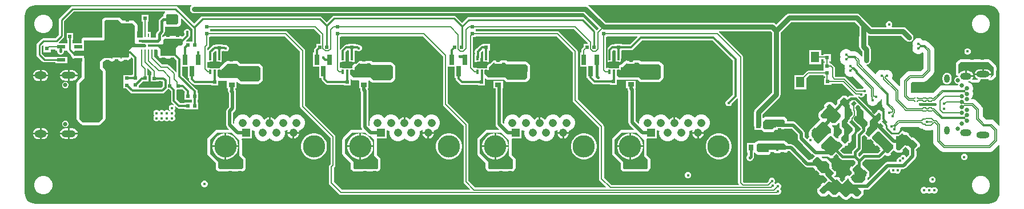
<source format=gbl>
G04*
G04 #@! TF.GenerationSoftware,Altium Limited,Altium Designer,25.8.1 (18)*
G04*
G04 Layer_Physical_Order=4*
G04 Layer_Color=16711680*
%FSLAX44Y44*%
%MOMM*%
G71*
G04*
G04 #@! TF.SameCoordinates,C96D2FE9-1FD8-438A-A999-0EA797086850*
G04*
G04*
G04 #@! TF.FilePolarity,Positive*
G04*
G01*
G75*
%ADD19R,0.6000X0.5400*%
%ADD23R,0.5400X0.6000*%
G04:AMPARAMS|DCode=26|XSize=0.54mm|YSize=0.6mm|CornerRadius=0mm|HoleSize=0mm|Usage=FLASHONLY|Rotation=315.000|XOffset=0mm|YOffset=0mm|HoleType=Round|Shape=Rectangle|*
%AMROTATEDRECTD26*
4,1,4,-0.4031,-0.0212,0.0212,0.4031,0.4031,0.0212,-0.0212,-0.4031,-0.4031,-0.0212,0.0*
%
%ADD26ROTATEDRECTD26*%

%ADD28R,0.4750X0.5000*%
%ADD37R,0.5000X0.4750*%
G04:AMPARAMS|DCode=39|XSize=0.565mm|YSize=0.2mm|CornerRadius=0.005mm|HoleSize=0mm|Usage=FLASHONLY|Rotation=180.000|XOffset=0mm|YOffset=0mm|HoleType=Round|Shape=RoundedRectangle|*
%AMROUNDEDRECTD39*
21,1,0.5650,0.1900,0,0,180.0*
21,1,0.5550,0.2000,0,0,180.0*
1,1,0.0100,-0.2775,0.0950*
1,1,0.0100,0.2775,0.0950*
1,1,0.0100,0.2775,-0.0950*
1,1,0.0100,-0.2775,-0.0950*
%
%ADD39ROUNDEDRECTD39*%
%ADD40R,0.2200X0.2300*%
G04:AMPARAMS|DCode=41|XSize=0.565mm|YSize=0.4mm|CornerRadius=0.01mm|HoleSize=0mm|Usage=FLASHONLY|Rotation=180.000|XOffset=0mm|YOffset=0mm|HoleType=Round|Shape=RoundedRectangle|*
%AMROUNDEDRECTD41*
21,1,0.5650,0.3800,0,0,180.0*
21,1,0.5450,0.4000,0,0,180.0*
1,1,0.0200,-0.2725,0.1900*
1,1,0.0200,0.2725,0.1900*
1,1,0.0200,0.2725,-0.1900*
1,1,0.0200,-0.2725,-0.1900*
%
%ADD41ROUNDEDRECTD41*%
%ADD45C,0.6500*%
%ADD46C,1.2080*%
%ADD47O,2.1000X1.0500*%
%ADD48O,1.7780X1.1430*%
%ADD49R,1.2080X1.2080*%
%ADD50C,3.3160*%
%ADD51O,0.8500X1.2000*%
%ADD52O,1.9500X0.9500*%
%ADD53O,1.6500X1.0500*%
%ADD54C,0.6800*%
%ADD55C,0.4500*%
%ADD57C,0.5080*%
%ADD58C,0.3048*%
%ADD59C,0.2032*%
%ADD60C,0.1370*%
%ADD61C,0.3810*%
%ADD62C,0.1270*%
%ADD63C,0.2540*%
G04:AMPARAMS|DCode=67|XSize=0.54mm|YSize=0.6mm|CornerRadius=0mm|HoleSize=0mm|Usage=FLASHONLY|Rotation=225.000|XOffset=0mm|YOffset=0mm|HoleType=Round|Shape=Rectangle|*
%AMROTATEDRECTD67*
4,1,4,-0.0212,0.4031,0.4031,-0.0212,0.0212,-0.4031,-0.4031,0.0212,-0.0212,0.4031,0.0*
%
%ADD67ROTATEDRECTD67*%

%ADD68R,0.6500X0.9000*%
G04:AMPARAMS|DCode=69|XSize=0.46mm|YSize=0.2mm|CornerRadius=0.025mm|HoleSize=0mm|Usage=FLASHONLY|Rotation=0.000|XOffset=0mm|YOffset=0mm|HoleType=Round|Shape=RoundedRectangle|*
%AMROUNDEDRECTD69*
21,1,0.4600,0.1500,0,0,0.0*
21,1,0.4100,0.2000,0,0,0.0*
1,1,0.0500,0.2050,-0.0750*
1,1,0.0500,-0.2050,-0.0750*
1,1,0.0500,-0.2050,0.0750*
1,1,0.0500,0.2050,0.0750*
%
%ADD69ROUNDEDRECTD69*%
%ADD70R,2.3000X1.8000*%
%ADD71R,1.2500X1.6000*%
%ADD72R,0.3200X0.6600*%
%ADD73R,1.6000X1.0000*%
%ADD74R,0.2000X0.6000*%
%ADD75R,1.8000X2.3000*%
%ADD76R,1.2000X0.6000*%
%ADD77R,0.9000X0.6500*%
%ADD78R,1.0500X0.4000*%
%ADD79R,0.6500X1.5500*%
%ADD80C,0.1359*%
%ADD81C,0.1359*%
%ADD82C,0.7620*%
G36*
X230439Y282274D02*
Y271079D01*
X228600Y269240D01*
X213360D01*
X212304Y270296D01*
Y283424D01*
X213360Y284480D01*
X228233D01*
X230439Y282274D01*
D02*
G37*
G36*
X250790Y261923D02*
Y243580D01*
X249759D01*
Y243580D01*
X249349D01*
Y243580D01*
X242166D01*
X241745Y244596D01*
X246264Y249114D01*
X247162Y250459D01*
X247478Y252044D01*
Y255158D01*
X248124Y256719D01*
Y258624D01*
X247395Y260385D01*
X246047Y261732D01*
X244287Y262462D01*
X242381D01*
X240621Y261732D01*
X239273Y260385D01*
X238544Y258624D01*
Y256719D01*
X239190Y255158D01*
Y253761D01*
X236619Y251189D01*
X236506Y251250D01*
X235604Y251524D01*
X235035Y251580D01*
X234474Y251692D01*
X224931D01*
X224881Y251725D01*
X223394Y252021D01*
X220052D01*
X218565Y251725D01*
X218515Y251692D01*
X210172D01*
X208685Y251396D01*
X207425Y250554D01*
X207322Y250451D01*
X206384Y250840D01*
Y252735D01*
X209003Y255355D01*
X209003Y255355D01*
X209986Y256825D01*
X210331Y258560D01*
X210331Y258560D01*
Y265460D01*
X211347Y266003D01*
X211873Y265651D01*
X213360Y265355D01*
X228600D01*
X230087Y265651D01*
X231347Y266493D01*
X233185Y268332D01*
X234028Y269592D01*
X234323Y271079D01*
Y277062D01*
X235262Y277451D01*
X250790Y261923D01*
D02*
G37*
G36*
X249887Y296989D02*
X249422Y296678D01*
X248018Y294578D01*
X247526Y292100D01*
X248018Y289622D01*
X249422Y287522D01*
X251522Y286118D01*
X254000Y285626D01*
X831246D01*
X853439Y263433D01*
X850718Y260712D01*
X849509Y260939D01*
X848962Y261758D01*
X831919Y278800D01*
X830659Y279642D01*
X829173Y279938D01*
X660810D01*
X659323Y279642D01*
X658063Y278800D01*
X650829Y271566D01*
X641756Y280639D01*
X640496Y281481D01*
X639009Y281777D01*
X461056D01*
X459570Y281481D01*
X458309Y280639D01*
X450229Y272558D01*
X442936Y279851D01*
X441676Y280693D01*
X440189Y280989D01*
X266093D01*
X264607Y280693D01*
X263347Y279851D01*
X253598Y270102D01*
X228893Y294807D01*
X227633Y295650D01*
X226146Y295945D01*
X73799D01*
X72313Y295650D01*
X71052Y294807D01*
X54347Y278102D01*
X53505Y276842D01*
X53209Y275355D01*
Y253576D01*
X48031Y248398D01*
X30107D01*
X28621Y248103D01*
X27360Y247260D01*
X21190Y241090D01*
X20348Y239830D01*
X20052Y238343D01*
Y224207D01*
X20348Y222721D01*
X21190Y221460D01*
X28806Y213845D01*
X30066Y213002D01*
X31553Y212707D01*
X48291D01*
Y211051D01*
X65370D01*
Y222131D01*
X48291D01*
Y220476D01*
X33162D01*
X27822Y225816D01*
Y236734D01*
X28845Y237757D01*
X29861Y237336D01*
Y227761D01*
X40941D01*
Y231966D01*
X48291D01*
Y230051D01*
X50697D01*
X50804Y229890D01*
Y227985D01*
X51534Y226224D01*
X52881Y224877D01*
X54641Y224147D01*
X56547D01*
X58308Y224877D01*
X59655Y226224D01*
X60384Y227985D01*
Y229890D01*
X60492Y230051D01*
X65370D01*
X66188Y229573D01*
X66845Y228591D01*
X71266Y224170D01*
Y223043D01*
X71561Y221556D01*
X72403Y220296D01*
X73315Y219384D01*
X74575Y218542D01*
X76062Y218247D01*
X87065D01*
X87254Y217964D01*
Y191227D01*
X80685Y184658D01*
X79843Y183398D01*
X79547Y181911D01*
Y171083D01*
Y128665D01*
X79843Y127178D01*
X80685Y125918D01*
X85898Y120705D01*
X85898Y120705D01*
X86180Y120422D01*
X87441Y119580D01*
X88927Y119284D01*
X112287D01*
X113774Y119580D01*
X115034Y120422D01*
X121084Y126472D01*
X121926Y127732D01*
X122222Y129219D01*
Y170529D01*
X122151Y170883D01*
X122222Y171223D01*
X122219Y171238D01*
X122222Y171254D01*
Y199863D01*
X121926Y201349D01*
X121084Y202610D01*
X118200Y205493D01*
Y212290D01*
X120299Y214389D01*
X121138Y214556D01*
X122358Y215371D01*
X128025D01*
X129245Y214556D01*
X130732Y214260D01*
X133030D01*
X134516Y214556D01*
X135776Y215398D01*
X136038Y215790D01*
X141101D01*
X141363Y215398D01*
X142623Y214556D01*
X144110Y214260D01*
X146623D01*
X148110Y214556D01*
X149370Y215398D01*
X149714Y215914D01*
X155194D01*
X156680Y216209D01*
X157941Y217052D01*
X159756Y218867D01*
X160133Y219432D01*
X161145Y219531D01*
X162777Y217899D01*
Y194158D01*
X161880D01*
Y193256D01*
X158685D01*
Y193897D01*
X148605D01*
Y184067D01*
X148605D01*
Y183657D01*
X148605D01*
Y173827D01*
X152825D01*
X159028Y167625D01*
X160372Y166726D01*
X161958Y166411D01*
X206592D01*
X208178Y166726D01*
X209522Y167625D01*
X214063Y172165D01*
X214545Y172886D01*
X216799D01*
X219541Y170144D01*
Y155776D01*
X219856Y154190D01*
X220755Y152846D01*
X223637Y149964D01*
X223062Y149102D01*
X221933Y149570D01*
X220027D01*
X218267Y148841D01*
X216919Y147493D01*
X216190Y145733D01*
Y143827D01*
X216919Y142067D01*
X218016Y140970D01*
X217170Y140124D01*
X216073Y141221D01*
X214313Y141950D01*
X212407D01*
X210647Y141221D01*
X209550Y140124D01*
X208453Y141221D01*
X206693Y141950D01*
X204787D01*
X203027Y141221D01*
X201930Y140124D01*
X200833Y141221D01*
X199073Y141950D01*
X197167D01*
X195407Y141221D01*
X194059Y139873D01*
X193330Y138113D01*
Y136207D01*
X194059Y134447D01*
X195156Y133350D01*
X194059Y132253D01*
X193330Y130493D01*
Y128587D01*
X194059Y126827D01*
X195407Y125479D01*
X197167Y124750D01*
X199073D01*
X200833Y125479D01*
X201930Y126576D01*
X203027Y125479D01*
X204787Y124750D01*
X206693D01*
X208453Y125479D01*
X209550Y126576D01*
X210647Y125479D01*
X212407Y124750D01*
X214313D01*
X216073Y125479D01*
X217170Y126576D01*
X218267Y125479D01*
X220027Y124750D01*
X221933D01*
X223693Y125479D01*
X225041Y126827D01*
X225770Y128587D01*
Y130493D01*
X225041Y132253D01*
X223944Y133350D01*
X225041Y134447D01*
X225770Y136207D01*
Y138113D01*
X225041Y139873D01*
X223944Y140970D01*
X225041Y142067D01*
X225770Y143827D01*
Y145733D01*
X225303Y146861D01*
X226164Y147437D01*
X228370Y145231D01*
X229714Y144333D01*
X231300Y144017D01*
X239467D01*
Y143121D01*
X249297D01*
Y143121D01*
X249707D01*
Y143121D01*
X259537D01*
Y153201D01*
X258766D01*
Y157530D01*
X259537D01*
Y167610D01*
X258766D01*
Y169601D01*
X258450Y171186D01*
X257552Y172531D01*
X236193Y193890D01*
Y206477D01*
X244310D01*
Y189477D01*
X245956D01*
Y187973D01*
X246271Y186388D01*
X247170Y185043D01*
X251480Y180733D01*
X252825Y179834D01*
X254410Y179519D01*
X279297D01*
Y178748D01*
X289377D01*
Y185149D01*
X290393Y185692D01*
X290696Y185490D01*
X292183Y185194D01*
X302189D01*
Y173776D01*
X304049D01*
Y170531D01*
X303993Y170251D01*
X304388Y168269D01*
X305374Y166793D01*
Y159980D01*
X305473Y159480D01*
Y154280D01*
X305534D01*
Y146605D01*
X302815Y143886D01*
X301692Y142206D01*
X301298Y140224D01*
Y119696D01*
X301692Y117714D01*
X302815Y116033D01*
X305573Y113275D01*
X305184Y112336D01*
X288016D01*
X286530Y112041D01*
X285270Y111199D01*
X274439Y100367D01*
X273596Y99107D01*
X273301Y97621D01*
Y77138D01*
X273596Y75651D01*
X274439Y74391D01*
X285797Y63032D01*
Y55789D01*
X286093Y54302D01*
X286935Y53042D01*
X288732Y51245D01*
X289992Y50403D01*
X291479Y50108D01*
X324268D01*
X325755Y50403D01*
X327015Y51245D01*
X328936Y53167D01*
X329778Y54427D01*
X330074Y55914D01*
Y68185D01*
X329778Y69672D01*
X328936Y70932D01*
X324557Y75311D01*
Y97188D01*
X324355Y98204D01*
X325025Y99220D01*
X339280D01*
Y111184D01*
X340160Y111692D01*
X340918Y111254D01*
X343605Y110534D01*
X343310Y109431D01*
Y106169D01*
X344154Y103018D01*
X345785Y100192D01*
X348092Y97886D01*
X350918Y96254D01*
X354069Y95410D01*
X357331D01*
X360482Y96254D01*
X363308Y97886D01*
X365019Y99597D01*
X365700Y100126D01*
X366381Y99597D01*
X368092Y97886D01*
X370918Y96254D01*
X374069Y95410D01*
X377331D01*
X380482Y96254D01*
X383308Y97886D01*
X385614Y100192D01*
X387246Y103018D01*
X388090Y106169D01*
Y109431D01*
X387794Y110534D01*
X390482Y111254D01*
X392180Y112234D01*
X392923Y111490D01*
X392705Y111112D01*
X392158Y109070D01*
X409242D01*
X408779Y110798D01*
X410482Y111254D01*
X413308Y112886D01*
X415614Y115192D01*
X417246Y118018D01*
X418090Y121169D01*
Y124431D01*
X417246Y127582D01*
X415614Y130408D01*
X413308Y132714D01*
X410482Y134346D01*
X407331Y135190D01*
X404069D01*
X400918Y134346D01*
X398092Y132714D01*
X396381Y131003D01*
X395700Y130474D01*
X395019Y131003D01*
X393308Y132714D01*
X390482Y134346D01*
X387331Y135190D01*
X384069D01*
X380918Y134346D01*
X378092Y132714D01*
X375785Y130408D01*
X374154Y127582D01*
X374112Y127423D01*
X373021Y127279D01*
X372566Y128068D01*
X370968Y129666D01*
X369012Y130795D01*
X366970Y131342D01*
Y122800D01*
X364430D01*
Y131342D01*
X362388Y130795D01*
X360432Y129666D01*
X358834Y128068D01*
X358379Y127279D01*
X357288Y127423D01*
X357246Y127582D01*
X355614Y130408D01*
X353308Y132714D01*
X350482Y134346D01*
X347331Y135190D01*
X344069D01*
X340918Y134346D01*
X338092Y132714D01*
X336381Y131003D01*
X335700Y130474D01*
X335019Y131003D01*
X333308Y132714D01*
X330482Y134346D01*
X327331Y135190D01*
X324069D01*
X320918Y134346D01*
X318092Y132714D01*
X315786Y130408D01*
X314154Y127582D01*
X313310Y124431D01*
Y121625D01*
X312433Y121262D01*
X311657Y121895D01*
Y138078D01*
X314376Y140797D01*
X314376Y140797D01*
X315499Y142477D01*
X315893Y144459D01*
X315893Y144459D01*
Y154280D01*
X315953D01*
Y165360D01*
X315733D01*
Y168870D01*
X315339Y170852D01*
X314408Y172245D01*
Y173776D01*
X316269D01*
Y183813D01*
X317207Y184202D01*
X320055Y181354D01*
X321315Y180512D01*
X322802Y180217D01*
X348247D01*
X349734Y180512D01*
X350994Y181354D01*
X354536Y184897D01*
X354951Y185518D01*
X355369Y186136D01*
X355372Y186147D01*
X355378Y186157D01*
X355524Y186890D01*
X355674Y187621D01*
X355770Y203982D01*
X355767Y203993D01*
X355770Y204004D01*
X355624Y204738D01*
X355483Y205470D01*
X355476Y205480D01*
X355474Y205491D01*
X355058Y206114D01*
X354648Y206735D01*
X354638Y206742D01*
X354632Y206751D01*
X351857Y209526D01*
X350597Y210368D01*
X349111Y210664D01*
X322495D01*
X319901Y213257D01*
X318641Y214099D01*
X317154Y214395D01*
X302994D01*
X301507Y214099D01*
X300247Y213257D01*
X293102Y206112D01*
X291911Y205316D01*
X291699Y205000D01*
X288258D01*
X286771Y204704D01*
X286084Y204245D01*
X273728D01*
X273262Y204711D01*
Y212138D01*
X273478Y213065D01*
X274278Y213065D01*
X281758D01*
Y218887D01*
X281761Y218905D01*
Y226533D01*
X284405Y229177D01*
X285373Y229243D01*
Y229243D01*
X285373Y229243D01*
X286474D01*
Y219072D01*
X286478Y219054D01*
Y213065D01*
X294758D01*
Y219054D01*
X294761Y219072D01*
Y229243D01*
X296452D01*
Y229243D01*
X297468Y229613D01*
X297552Y229529D01*
X299313Y228800D01*
X301218D01*
X302979Y229529D01*
X304326Y230877D01*
X305056Y232637D01*
Y234543D01*
X304326Y236303D01*
X302979Y237651D01*
X301218Y238380D01*
X300408D01*
X298933Y238673D01*
X296453D01*
Y239723D01*
X285373D01*
Y238646D01*
X283871D01*
X282285Y238331D01*
X280941Y237432D01*
X274688Y231180D01*
X274278Y230566D01*
X273262Y230875D01*
Y234228D01*
X274629Y235596D01*
X274629Y235596D01*
X275415Y236772D01*
X275691Y238159D01*
Y250230D01*
X277105D01*
Y251519D01*
X387957D01*
X410801Y228676D01*
Y146826D01*
X410801Y146826D01*
X411077Y145438D01*
X411863Y144262D01*
X455788Y100337D01*
Y61247D01*
X454601Y60060D01*
X453815Y58883D01*
X453539Y57496D01*
X453539Y57496D01*
Y33397D01*
X453539Y33397D01*
X453815Y32009D01*
X454601Y30833D01*
X468604Y16830D01*
X468605Y16829D01*
X469781Y16043D01*
X471168Y15768D01*
X1117076D01*
X1117076Y15768D01*
X1117857Y15923D01*
X1118036Y15848D01*
X1119942D01*
X1121702Y16578D01*
X1123050Y17925D01*
X1123779Y19686D01*
Y21591D01*
X1123050Y23352D01*
X1121738Y24664D01*
X1123084Y26010D01*
X1123813Y27770D01*
Y29676D01*
X1123084Y31436D01*
X1121736Y32784D01*
X1119976Y33513D01*
X1118070D01*
X1116310Y32784D01*
X1115454Y31928D01*
X1115391Y31940D01*
X1114684Y32648D01*
X1114286Y33652D01*
X1115015Y35413D01*
Y37318D01*
X1114286Y39079D01*
X1112939Y40426D01*
X1111178Y41156D01*
X1109272D01*
X1107512Y40426D01*
X1106164Y39079D01*
X1105435Y37318D01*
Y36260D01*
X1102862Y33687D01*
X1068869D01*
X1067235Y35320D01*
Y220845D01*
X1067235Y220845D01*
X1066959Y222232D01*
X1066173Y223408D01*
X1066173Y223409D01*
X1031873Y257708D01*
X1031595Y257894D01*
X1031904Y258910D01*
X1108207D01*
X1110350Y256768D01*
Y167571D01*
X1085543Y142764D01*
X1084139Y140664D01*
X1083646Y138186D01*
Y119166D01*
X1084139Y116689D01*
X1084331Y116402D01*
Y112127D01*
X1095146D01*
X1097102Y110170D01*
X1098362Y109328D01*
X1099849Y109033D01*
X1110570D01*
X1112057Y109328D01*
X1113317Y110170D01*
X1115203Y112057D01*
X1116464D01*
X1117951Y112352D01*
X1119211Y113195D01*
X1119353Y113406D01*
X1127315D01*
X1128802Y113702D01*
X1129613Y114244D01*
X1139415D01*
X1148462Y105196D01*
Y99503D01*
X1148857Y97521D01*
X1149979Y95841D01*
X1156492Y89329D01*
X1156492Y89328D01*
X1171412Y74408D01*
X1171954Y74046D01*
X1172054Y73035D01*
X1167599Y68581D01*
X1166758Y67321D01*
X1166718Y67122D01*
X1164608D01*
X1142281Y89449D01*
X1140601Y90572D01*
X1138618Y90966D01*
X1134369D01*
X1134325Y91198D01*
X1134314Y91215D01*
X1134310Y91235D01*
X1133899Y91850D01*
X1133496Y92467D01*
X1133479Y92478D01*
X1133468Y92495D01*
X1131212Y94751D01*
X1129951Y95593D01*
X1128465Y95889D01*
X1089717D01*
X1088230Y95593D01*
X1086970Y94751D01*
X1085515Y93296D01*
X1084697Y92816D01*
X1073118D01*
Y78737D01*
X1074376D01*
Y74720D01*
X1073311Y73656D01*
X1072582Y71895D01*
Y69989D01*
X1073311Y68229D01*
X1074659Y66881D01*
X1076420Y66152D01*
X1078325D01*
X1080086Y66881D01*
X1081433Y68229D01*
X1081823Y69170D01*
X1082112Y69460D01*
X1083095Y70930D01*
X1083440Y72664D01*
Y78737D01*
X1084697D01*
X1085547Y78335D01*
X1087748Y76133D01*
X1089009Y75291D01*
X1090495Y74996D01*
X1091204Y75137D01*
X1104327D01*
X1105814Y75432D01*
X1107074Y76274D01*
X1107998Y77198D01*
X1108840Y78459D01*
X1108847Y78492D01*
X1113747D01*
X1114845Y77759D01*
X1116331Y77463D01*
X1120252D01*
X1121739Y77759D01*
X1122836Y78492D01*
X1130195D01*
X1131682Y78788D01*
X1132942Y79630D01*
X1133397Y80085D01*
X1133746Y80607D01*
X1136473D01*
X1158800Y58280D01*
X1160480Y57158D01*
X1162462Y56763D01*
X1171542D01*
X1173625Y54680D01*
Y54497D01*
X1173921Y53010D01*
X1174763Y51750D01*
X1180970Y45543D01*
X1182231Y44700D01*
X1183717Y44405D01*
X1187105D01*
X1188175Y42804D01*
X1191803Y39176D01*
X1191720Y38330D01*
X1186890Y33500D01*
X1185752Y33274D01*
X1184492Y32432D01*
X1178212Y26152D01*
X1177370Y24891D01*
X1177074Y23405D01*
Y21205D01*
X1177370Y19719D01*
X1178212Y18458D01*
X1182182Y14488D01*
X1183442Y13646D01*
X1184929Y13350D01*
X1187933D01*
X1189419Y13646D01*
X1190680Y14488D01*
X1194049Y17858D01*
X1198708Y13198D01*
X1199969Y12356D01*
X1201455Y12061D01*
X1204562D01*
X1206049Y12356D01*
X1207309Y13198D01*
X1209862Y15752D01*
X1215879Y9735D01*
X1217139Y8893D01*
X1218626Y8597D01*
X1221158D01*
X1222645Y8893D01*
X1223905Y9735D01*
X1227500Y13330D01*
X1229296D01*
X1232010Y10616D01*
X1233270Y9774D01*
X1234757Y9478D01*
X1237289D01*
X1237959Y9611D01*
X1238633Y9718D01*
X1238700Y9759D01*
X1238776Y9774D01*
X1239343Y10153D01*
X1239926Y10510D01*
X1244275Y14529D01*
X1244321Y14592D01*
X1244386Y14635D01*
X1245267Y15516D01*
X1246109Y16776D01*
X1246404Y18263D01*
Y20905D01*
X1246181Y22028D01*
X1246802Y23045D01*
X1251785D01*
X1253767Y23439D01*
X1255448Y24562D01*
X1256570Y26242D01*
X1256716Y26972D01*
X1283814Y54071D01*
X1284857Y54007D01*
X1285259Y53406D01*
Y51500D01*
X1285988Y49740D01*
X1287336Y48392D01*
X1289096Y47663D01*
X1291002D01*
X1292762Y48392D01*
X1293117Y48747D01*
X1293801Y48063D01*
X1295562Y47334D01*
X1297467D01*
X1299228Y48063D01*
X1300575Y49411D01*
X1301304Y51171D01*
Y53077D01*
X1301205Y53318D01*
X1301769Y54163D01*
X1304995D01*
X1306977Y54557D01*
X1308657Y55680D01*
X1322918Y69941D01*
X1324041Y71621D01*
X1324435Y73604D01*
Y81677D01*
X1328568Y85810D01*
X1329410Y87070D01*
X1329706Y88556D01*
Y90625D01*
X1329695Y90679D01*
X1329704Y90735D01*
X1329548Y91421D01*
X1329410Y92111D01*
X1329379Y92158D01*
X1329367Y92212D01*
X1328959Y92786D01*
X1328568Y93371D01*
X1328522Y93403D01*
X1328489Y93448D01*
X1321203Y100333D01*
X1320607Y100708D01*
X1320022Y101099D01*
X1319967Y101110D01*
X1319920Y101139D01*
X1319225Y101257D01*
X1318572Y101387D01*
X1312657Y107302D01*
X1312483Y107418D01*
X1312349Y107579D01*
X1311858Y107836D01*
X1311397Y108144D01*
X1311192Y108185D01*
X1311006Y108282D01*
X1310101Y108548D01*
X1309549Y108597D01*
X1309005Y108706D01*
X1307822D01*
X1306462Y110066D01*
X1305202Y110908D01*
X1303716Y111203D01*
X1302882D01*
X1301395Y110908D01*
X1300529Y110329D01*
X1299647Y110961D01*
X1300006Y112304D01*
Y114426D01*
X1301937Y116356D01*
X1315095D01*
X1315134Y116351D01*
X1328080D01*
X1328646Y115614D01*
X1330025Y114556D01*
X1331630Y113891D01*
X1333353Y113664D01*
X1333766D01*
X1334975Y112737D01*
X1336685Y112028D01*
X1338520Y111787D01*
X1345754D01*
X1347589Y112028D01*
X1348439Y112380D01*
X1349284Y111816D01*
Y94991D01*
X1349525Y93156D01*
X1350234Y91446D01*
X1351360Y89977D01*
X1360269Y81069D01*
X1361738Y79942D01*
X1363448Y79234D01*
X1365283Y78992D01*
X1432984D01*
X1434819Y79234D01*
X1436529Y79942D01*
X1437998Y81069D01*
X1446945Y90016D01*
X1447961Y89690D01*
Y20000D01*
Y18231D01*
X1447271Y14761D01*
X1445917Y11492D01*
X1443951Y8551D01*
X1441449Y6049D01*
X1438508Y4083D01*
X1435239Y2729D01*
X1431769Y2039D01*
X18231D01*
X14761Y2729D01*
X11492Y4083D01*
X8551Y6049D01*
X6049Y8551D01*
X4083Y11492D01*
X2729Y14761D01*
X2039Y18231D01*
Y20000D01*
Y280000D01*
Y281769D01*
X2729Y285239D01*
X4083Y288508D01*
X6049Y291449D01*
X8551Y293951D01*
X11492Y295917D01*
X14761Y297271D01*
X18231Y297961D01*
X249592D01*
X249887Y296989D01*
D02*
G37*
G36*
X210520Y287444D02*
X210546Y287160D01*
X209557Y286170D01*
X208715Y284910D01*
X208419Y283424D01*
Y280754D01*
X208030D01*
X206296Y280409D01*
X204826Y279426D01*
X202594Y277194D01*
X201612Y275724D01*
X201267Y273990D01*
Y260437D01*
X198647Y257817D01*
X197664Y256347D01*
X197319Y254612D01*
Y249113D01*
X189661D01*
Y258113D01*
X184778D01*
Y273320D01*
X186068D01*
Y283400D01*
X176238D01*
Y273320D01*
X177527D01*
Y254699D01*
X177496Y254541D01*
X177496Y254541D01*
Y252573D01*
X177581Y252143D01*
Y249113D01*
X170167D01*
X169454Y249837D01*
X169725Y267365D01*
X169719Y267395D01*
X169725Y267425D01*
X169583Y268139D01*
X169452Y268856D01*
X169435Y268882D01*
X169429Y268911D01*
X169024Y269518D01*
X168629Y270129D01*
X168604Y270146D01*
X168587Y270172D01*
X165039Y273720D01*
X163779Y274562D01*
X162292Y274858D01*
X160448D01*
X159867Y274742D01*
X149950D01*
X149368Y274858D01*
X147816D01*
X144302Y278372D01*
X143042Y279214D01*
X141555Y279510D01*
X122474D01*
X120987Y279214D01*
X119727Y278372D01*
X118386Y277032D01*
X117544Y275771D01*
X117249Y274285D01*
Y249448D01*
X90655D01*
X89169Y249153D01*
X87908Y248311D01*
X87908Y248311D01*
X87066Y247050D01*
X86918Y246692D01*
X86622Y245206D01*
Y241131D01*
X73476D01*
Y246202D01*
X74632D01*
Y256032D01*
X64552D01*
Y246202D01*
X65707D01*
Y242008D01*
X65370Y241131D01*
X53189D01*
X52768Y242147D01*
X59841Y249220D01*
X60683Y250480D01*
X60978Y251967D01*
Y273746D01*
X75408Y288176D01*
X210205D01*
X210520Y287444D01*
D02*
G37*
G36*
X146208Y270973D02*
X149368D01*
Y270857D01*
X160448D01*
Y270973D01*
X162292D01*
X165840Y267425D01*
X165446Y241878D01*
X167339Y239986D01*
X181137D01*
X182319Y238803D01*
X182477D01*
Y236359D01*
X181232Y235113D01*
X172581D01*
Y235097D01*
X161662D01*
X161504Y235255D01*
X157009Y230760D01*
Y221614D01*
X155194Y219798D01*
X148413D01*
X148176Y219562D01*
X146623D01*
Y218145D01*
X144110D01*
Y219674D01*
X133030D01*
Y218145D01*
X130732D01*
Y219256D01*
X119652D01*
Y218145D01*
X118561D01*
X114316Y213899D01*
Y203884D01*
X118337Y199863D01*
Y171254D01*
X117972Y170894D01*
X118337Y170529D01*
Y129219D01*
X112287Y123169D01*
X88927D01*
X88645Y123452D01*
X83432Y128665D01*
Y171083D01*
Y181911D01*
X91138Y189618D01*
Y219390D01*
X90371Y220158D01*
Y222131D01*
X76062D01*
X75150Y223043D01*
Y228515D01*
X76687Y230051D01*
X90371D01*
Y231902D01*
X90507Y232039D01*
Y245206D01*
X90655Y245564D01*
X119693D01*
X121133Y247003D01*
X121133Y247003D01*
Y250236D01*
Y274285D01*
X122474Y275625D01*
X141555D01*
X146208Y270973D01*
D02*
G37*
G36*
X1435239Y297271D02*
X1438508Y295917D01*
X1441449Y293951D01*
X1443951Y291449D01*
X1445917Y288508D01*
X1447271Y285239D01*
X1447961Y281769D01*
Y280000D01*
Y119053D01*
X1447022Y118665D01*
X1441035Y124652D01*
X1441035Y124652D01*
X1440373Y125314D01*
X1438905Y126440D01*
X1437195Y127149D01*
X1435360Y127390D01*
X1428032D01*
X1422947Y132476D01*
Y142908D01*
X1422705Y144743D01*
X1421997Y146453D01*
X1420870Y147922D01*
X1412798Y155993D01*
X1411330Y157120D01*
X1409620Y157829D01*
X1407785Y158070D01*
X1406033D01*
X1405612Y159086D01*
X1406632Y160105D01*
X1407896Y162295D01*
X1408550Y164736D01*
Y167264D01*
X1407896Y169706D01*
X1407726Y170000D01*
X1407896Y170295D01*
X1408550Y172736D01*
Y175264D01*
X1407896Y177705D01*
X1406632Y179895D01*
X1404845Y181682D01*
X1402655Y182946D01*
X1401162Y183346D01*
X1401230Y184380D01*
X1402984Y184611D01*
X1404074Y185062D01*
X1404205Y184798D01*
X1404590Y184296D01*
X1404942Y183770D01*
X1405049Y183698D01*
X1405127Y183596D01*
X1405676Y183279D01*
X1406202Y182928D01*
X1406328Y182902D01*
X1406440Y182838D01*
X1407068Y182755D01*
X1407689Y182632D01*
X1414600D01*
X1416086Y182928D01*
X1417346Y183770D01*
X1418144Y184568D01*
X1418357Y184886D01*
X1418627Y185156D01*
X1418774Y185510D01*
X1418987Y185828D01*
X1419061Y186203D01*
X1419207Y186556D01*
Y186939D01*
X1419282Y187314D01*
X1419555Y187647D01*
X1428100D01*
X1430003Y187898D01*
X1430476Y188093D01*
X1430503Y188062D01*
X1430585Y187955D01*
X1430945Y187423D01*
X1431044Y187357D01*
X1431116Y187263D01*
X1431831Y186636D01*
X1432379Y186320D01*
X1432906Y185968D01*
X1433033Y185943D01*
X1433144Y185878D01*
X1433772Y185796D01*
X1434393Y185672D01*
X1434519Y185697D01*
X1434647Y185680D01*
X1435258Y185844D01*
X1435879Y185968D01*
X1435986Y186039D01*
X1436111Y186073D01*
X1436613Y186458D01*
X1437139Y186810D01*
X1441745Y191416D01*
X1442156Y192031D01*
X1442574Y192643D01*
X1442577Y192661D01*
X1442587Y192676D01*
X1442732Y193402D01*
X1442883Y194127D01*
X1442988Y205645D01*
X1442984Y205662D01*
X1442988Y205680D01*
X1442843Y206406D01*
X1442705Y207134D01*
X1442695Y207149D01*
X1442692Y207167D01*
X1442281Y207782D01*
X1441875Y208402D01*
X1441860Y208412D01*
X1441850Y208427D01*
X1434416Y215861D01*
X1433156Y216703D01*
X1431669Y216999D01*
X1389996D01*
X1388509Y216703D01*
X1387249Y215861D01*
X1384213Y212825D01*
X1383371Y211564D01*
X1383075Y210078D01*
Y195921D01*
X1383150Y195546D01*
Y195163D01*
X1383296Y194809D01*
X1383371Y194434D01*
X1383583Y194116D01*
X1383730Y193763D01*
X1384000Y193492D01*
X1384213Y193174D01*
X1384531Y192961D01*
X1384801Y192691D01*
X1385155Y192544D01*
X1385473Y192332D01*
X1385848Y192257D01*
X1386202Y192111D01*
X1386221Y192107D01*
X1386260Y191907D01*
X1385423Y190900D01*
X1384475D01*
X1382674Y190154D01*
X1381296Y188776D01*
X1380550Y186975D01*
Y185025D01*
X1381296Y183224D01*
X1382674Y181846D01*
X1384475Y181100D01*
X1385867D01*
X1386571Y180145D01*
X1386160Y179152D01*
Y178214D01*
X1362879D01*
X1361044Y177973D01*
X1359334Y177264D01*
X1357865Y176138D01*
X1352820Y171092D01*
X1352819Y171092D01*
X1348925Y167198D01*
X1347529Y167475D01*
X1341980D01*
X1340580Y167197D01*
X1339180Y167475D01*
X1333629D01*
X1333302Y167410D01*
X1333193Y167500D01*
Y167500D01*
X1316510D01*
Y181551D01*
X1318328Y183370D01*
X1334218D01*
X1336053Y183612D01*
X1337763Y184320D01*
X1339232Y185447D01*
X1348944Y195159D01*
X1350071Y196628D01*
X1350779Y198337D01*
X1351021Y200173D01*
Y230852D01*
X1350900Y231770D01*
X1350779Y232687D01*
X1350071Y234398D01*
X1348944Y235866D01*
X1341771Y243038D01*
X1340303Y244165D01*
X1339301Y244580D01*
X1338593Y244874D01*
X1336758Y245115D01*
X1334448D01*
X1334226Y245500D01*
X1332625Y247101D01*
X1330664Y248233D01*
X1328477Y248819D01*
X1326212D01*
X1324025Y248233D01*
X1322064Y247101D01*
X1320463Y245500D01*
X1319331Y243539D01*
X1318745Y241351D01*
Y239087D01*
X1319288Y237059D01*
X1319248Y236989D01*
X1318662Y234802D01*
Y232537D01*
X1319248Y230350D01*
X1320380Y228389D01*
X1321981Y226788D01*
X1323942Y225656D01*
X1326129Y225070D01*
X1328394D01*
X1330581Y225656D01*
X1332542Y226788D01*
X1333665Y227911D01*
X1334592Y226984D01*
Y204041D01*
X1330350Y199799D01*
X1314460D01*
X1313543Y199678D01*
X1312625Y199557D01*
X1311917Y199264D01*
X1310915Y198849D01*
X1309447Y197722D01*
X1302157Y190433D01*
X1301031Y188965D01*
X1300322Y187255D01*
X1300081Y185420D01*
Y178101D01*
X1299142Y177713D01*
X1288010Y188845D01*
X1288493Y189681D01*
X1289079Y191869D01*
Y194133D01*
X1288493Y196320D01*
X1287361Y198281D01*
X1285759Y199883D01*
X1283798Y201015D01*
X1281611Y201601D01*
X1279347D01*
X1277160Y201015D01*
X1276679Y200737D01*
X1276199Y201015D01*
X1274011Y201601D01*
X1271747D01*
X1269560Y201015D01*
X1267599Y199883D01*
X1265997Y198281D01*
X1264865Y196320D01*
X1264686Y195650D01*
X1263704Y195387D01*
X1256170Y202922D01*
X1250580Y208512D01*
X1250986Y209542D01*
X1253077Y209958D01*
X1255178Y211361D01*
X1256581Y213462D01*
X1257074Y215939D01*
Y231781D01*
X1256581Y234258D01*
X1255178Y236359D01*
X1252531Y239006D01*
Y247017D01*
X1252637Y247553D01*
Y251072D01*
X1252693Y251353D01*
Y251942D01*
X1253709Y252595D01*
X1255755Y252188D01*
X1301997D01*
X1309042Y245142D01*
X1311143Y243739D01*
X1313620Y243246D01*
X1316098Y243739D01*
X1318199Y245142D01*
X1319602Y247243D01*
X1320095Y249720D01*
X1319602Y252198D01*
X1318199Y254298D01*
X1309256Y263241D01*
X1307156Y264644D01*
X1304678Y265137D01*
X1288138D01*
X1287749Y266075D01*
X1287977Y266303D01*
X1288706Y268063D01*
Y269969D01*
X1287977Y271730D01*
X1286629Y273077D01*
X1284869Y273806D01*
X1282963D01*
X1281203Y273077D01*
X1279855Y271730D01*
X1279126Y269969D01*
Y268063D01*
X1279855Y266303D01*
X1280083Y266075D01*
X1279694Y265137D01*
X1258437D01*
X1251032Y272542D01*
X1240092Y283481D01*
X1237992Y284885D01*
X1235514Y285378D01*
X1136278D01*
X1133801Y284885D01*
X1131700Y283481D01*
X1116824Y268605D01*
X1115467Y269963D01*
X1113366Y271366D01*
X1110889Y271859D01*
X863325D01*
X838506Y296678D01*
X838041Y296989D01*
X838336Y297961D01*
X1431769D01*
X1435239Y297271D01*
D02*
G37*
G36*
X223394Y247807D02*
X234474D01*
X234474Y247807D01*
Y247807D01*
X234474Y247807D01*
X235377Y247533D01*
X236779Y246130D01*
X236727Y239910D01*
X234372Y237555D01*
X230160D01*
X227050Y234446D01*
Y224917D01*
X224779Y222646D01*
X216402D01*
Y222057D01*
X213933D01*
Y222537D01*
X204606D01*
X203681Y223463D01*
Y232440D01*
X200572Y235549D01*
X187237D01*
X186362Y236359D01*
Y238803D01*
X186943Y239511D01*
X206639D01*
X206790Y239360D01*
X208144Y240714D01*
Y245779D01*
X210172Y247807D01*
X220052D01*
Y248136D01*
X223394D01*
Y247807D01*
D02*
G37*
G36*
X1239745Y265517D02*
Y251635D01*
X1239689Y251353D01*
Y247982D01*
X1239582Y247446D01*
Y236324D01*
X1240075Y233846D01*
X1241479Y231746D01*
X1244125Y229099D01*
Y222294D01*
X1243109Y221873D01*
X1238247Y226735D01*
X1236779Y227862D01*
X1235069Y228571D01*
X1233234Y228812D01*
X1227498D01*
X1227167Y229386D01*
X1225566Y230987D01*
X1223605Y232119D01*
X1221417Y232705D01*
X1219153D01*
X1216966Y232119D01*
X1215005Y230987D01*
X1213404Y229386D01*
X1212271Y227425D01*
X1211685Y225237D01*
Y222973D01*
X1212271Y220786D01*
X1212387Y220585D01*
X1212271Y220385D01*
X1211685Y218197D01*
Y215933D01*
X1212271Y213746D01*
X1213404Y211785D01*
X1215005Y210184D01*
X1216966Y209051D01*
X1217912Y208798D01*
X1217854Y208582D01*
Y206318D01*
X1218440Y204131D01*
X1218682Y203711D01*
X1218440Y203292D01*
X1217854Y201105D01*
Y198841D01*
X1218440Y196653D01*
X1219572Y194692D01*
X1221173Y193091D01*
X1223134Y191959D01*
X1225322Y191373D01*
X1227586D01*
X1229598Y191912D01*
X1229773Y191683D01*
X1245913Y175543D01*
X1245715Y174547D01*
X1245052Y174272D01*
X1244279Y173500D01*
X1236053D01*
X1219605Y189948D01*
X1218538Y190661D01*
X1217280Y190911D01*
X1204512D01*
X1203294Y192128D01*
Y204804D01*
X1203044Y206062D01*
X1202331Y207128D01*
X1200198Y209262D01*
X1199131Y209974D01*
X1197873Y210225D01*
X1197242D01*
Y211852D01*
X1195211D01*
Y214311D01*
X1197463D01*
Y224791D01*
X1186383D01*
Y223605D01*
X1183109D01*
Y230857D01*
X1165529D01*
Y209777D01*
X1183109D01*
Y217029D01*
X1186383D01*
Y214311D01*
X1188635D01*
Y211852D01*
X1187162D01*
Y202022D01*
X1187162D01*
Y201612D01*
X1187162D01*
Y199985D01*
X1163949D01*
X1162691Y199734D01*
X1161624Y199022D01*
X1156460Y193857D01*
X1143529D01*
Y172777D01*
X1161109D01*
Y189207D01*
X1165311Y193409D01*
X1187162D01*
Y191782D01*
X1188914D01*
Y189712D01*
X1187307D01*
Y179232D01*
X1198387D01*
Y181185D01*
X1214977D01*
X1229492Y166670D01*
X1229492Y166670D01*
X1231777Y164384D01*
X1231388Y163446D01*
X1227315D01*
X1225581Y163101D01*
X1224110Y162118D01*
X1222874Y160882D01*
X1221518Y162237D01*
X1220258Y163079D01*
X1218772Y163375D01*
X1216861D01*
X1216546Y163689D01*
X1216232Y163375D01*
X1215670D01*
X1214184Y163079D01*
X1212924Y162237D01*
X1208233Y157546D01*
X1207391Y156286D01*
X1207095Y154799D01*
Y152611D01*
X1207284Y151659D01*
X1204178Y148553D01*
X1199718Y153013D01*
X1198458Y153855D01*
X1196971Y154150D01*
X1194396D01*
X1192910Y153855D01*
X1191649Y153013D01*
X1188045Y149408D01*
X1187203Y148148D01*
X1186907Y146661D01*
X1187026Y146063D01*
X1186500Y145537D01*
X1185658Y144277D01*
X1185486Y143417D01*
X1180167Y138097D01*
X1179325Y136837D01*
X1179029Y135350D01*
Y132941D01*
X1179325Y131454D01*
X1180167Y130194D01*
X1182032Y128329D01*
X1181954Y127532D01*
X1181755Y127170D01*
X1166043Y111459D01*
X1165201Y110199D01*
X1164906Y108712D01*
Y104208D01*
X1165201Y102721D01*
X1165492Y102286D01*
X1165197Y101314D01*
X1164896Y101189D01*
X1163548Y99841D01*
X1163114Y98793D01*
X1161916Y98555D01*
X1158821Y101649D01*
Y107342D01*
X1158427Y109324D01*
X1157304Y111004D01*
X1145223Y123086D01*
X1143542Y124209D01*
X1141560Y124603D01*
X1133003D01*
X1132965Y126293D01*
X1132810Y126991D01*
X1132670Y127692D01*
X1132645Y127729D01*
X1132636Y127773D01*
X1132225Y128358D01*
X1131828Y128952D01*
X1130087Y130693D01*
X1128827Y131535D01*
X1127340Y131831D01*
X1101131D01*
X1099645Y131535D01*
X1098384Y130693D01*
X1097534Y129842D01*
X1096595Y130231D01*
Y135504D01*
X1121402Y160311D01*
X1122806Y162412D01*
X1123299Y164889D01*
Y256768D01*
X1138960Y272429D01*
X1232833D01*
X1239745Y265517D01*
D02*
G37*
G36*
X517129Y209056D02*
X545354D01*
X548129Y206281D01*
X548033Y189920D01*
X544491Y186378D01*
X519045D01*
X515503Y189920D01*
X489861D01*
X484899Y194883D01*
Y198387D01*
X484903Y198405D01*
X484899Y198423D01*
Y201115D01*
X491299D01*
Y204849D01*
X497711Y211261D01*
X499517D01*
Y210842D01*
X510597D01*
Y211261D01*
X514925D01*
X517129Y209056D01*
D02*
G37*
G36*
X914706Y209743D02*
X942931D01*
X945705Y206968D01*
X945610Y190608D01*
X942067Y187065D01*
X916622D01*
X913080Y190607D01*
X882773Y190607D01*
X880062Y193318D01*
Y198405D01*
X880058Y198423D01*
Y201115D01*
X886458D01*
Y205533D01*
X888873D01*
X894809Y211469D01*
X895825Y211048D01*
Y210717D01*
X906905D01*
Y211826D01*
X912623D01*
X914706Y209743D01*
D02*
G37*
G36*
X716844D02*
X745068D01*
X747843Y206968D01*
X747747Y190608D01*
X744205Y187065D01*
X718759D01*
X715217Y190608D01*
X689576D01*
X684275Y195908D01*
Y198387D01*
X684278Y198405D01*
X684275Y198423D01*
Y201115D01*
X690675D01*
Y205533D01*
X691011D01*
X697409Y211931D01*
X698952D01*
Y210518D01*
X710032D01*
Y211931D01*
X714655D01*
X716844Y209743D01*
D02*
G37*
G36*
X199796Y230831D02*
Y223463D01*
X200092Y221976D01*
X200934Y220716D01*
X201859Y219790D01*
X203120Y218948D01*
X204606Y218652D01*
X212170D01*
X212447Y218468D01*
X213933Y218172D01*
X216402D01*
X217888Y218468D01*
X218328Y218762D01*
X224485D01*
X227906Y215341D01*
Y198317D01*
X226890Y198009D01*
X226662Y198351D01*
X226661Y198351D01*
X216644Y208368D01*
X215468Y209154D01*
X214080Y209430D01*
X214080Y209430D01*
X206081D01*
X194747Y220764D01*
Y229573D01*
X194661Y230004D01*
Y231664D01*
X198962D01*
X199796Y230831D01*
D02*
G37*
G36*
X1439103Y205680D02*
X1438998Y194162D01*
X1434393Y189557D01*
X1433678Y190184D01*
X1433648Y190255D01*
X1434468Y191324D01*
X1435202Y193097D01*
X1435286Y193730D01*
X1423100D01*
X1410914D01*
X1410998Y193097D01*
X1411732Y191324D01*
X1412901Y189801D01*
X1414424Y188632D01*
X1415199Y188311D01*
X1415397Y187314D01*
X1414600Y186516D01*
X1407689D01*
X1407188Y187533D01*
X1407755Y188271D01*
X1408539Y190166D01*
X1408640Y190930D01*
X1397950D01*
Y192200D01*
X1396680D01*
Y200057D01*
X1394950D01*
X1392916Y199790D01*
X1391021Y199004D01*
X1389394Y197756D01*
X1388145Y196129D01*
X1387976Y195719D01*
X1386960Y195921D01*
Y210078D01*
X1389996Y213114D01*
X1431669D01*
X1439103Y205680D01*
D02*
G37*
G36*
X320886Y206779D02*
X349111D01*
X351885Y204004D01*
X351789Y187644D01*
X348247Y184101D01*
X322802D01*
X317824Y189079D01*
X292183D01*
X288261Y193000D01*
Y198405D01*
X288258Y198423D01*
Y201115D01*
X294658D01*
Y202569D01*
X295053D01*
X302994Y210510D01*
X317154D01*
X320886Y206779D01*
D02*
G37*
G36*
X815114Y227456D02*
Y156169D01*
X815114Y156169D01*
X815390Y154782D01*
X816176Y153605D01*
X854157Y115623D01*
Y39338D01*
X854157Y39337D01*
X854434Y37950D01*
X855219Y36774D01*
X864480Y27513D01*
X864091Y26575D01*
X670327D01*
X660411Y36491D01*
Y120071D01*
X660411Y120071D01*
X660135Y121458D01*
X659349Y122635D01*
X659349Y122635D01*
X629985Y151998D01*
Y206477D01*
X639560D01*
Y189477D01*
X641206D01*
Y188615D01*
X641521Y187030D01*
X642420Y185685D01*
X647629Y180476D01*
X648973Y179578D01*
X650559Y179262D01*
X674818D01*
Y178491D01*
X684898D01*
Y188321D01*
X684833D01*
X684809Y188444D01*
X685745Y188944D01*
X686829Y187861D01*
X688089Y187019D01*
X689576Y186723D01*
X713608D01*
X716012Y184319D01*
X717273Y183476D01*
X718759Y183181D01*
X744205D01*
X745691Y183476D01*
X746952Y184319D01*
X750494Y187861D01*
X750909Y188482D01*
X751327Y189100D01*
X751330Y189111D01*
X751336Y189121D01*
X751482Y189854D01*
X751632Y190585D01*
X751727Y206946D01*
X751725Y206957D01*
X751728Y206968D01*
X751582Y207702D01*
X751440Y208434D01*
X751434Y208444D01*
X751432Y208455D01*
X751016Y209078D01*
X750606Y209699D01*
X750596Y209706D01*
X750590Y209715D01*
X747815Y212490D01*
X746555Y213332D01*
X745068Y213628D01*
X718453D01*
X717402Y214678D01*
X716142Y215520D01*
X714655Y215816D01*
X710032D01*
X708545Y215520D01*
X707285Y214678D01*
X707101Y214403D01*
X701883D01*
X701699Y214678D01*
X700439Y215520D01*
X698952Y215816D01*
X697409D01*
X695922Y215520D01*
X694662Y214678D01*
X688940Y208956D01*
X687928Y208280D01*
X687086Y207020D01*
X686790Y205533D01*
Y205000D01*
X684275D01*
X682788Y204704D01*
X682102Y204245D01*
X669495D01*
X669495Y204245D01*
Y204245D01*
X668533Y204472D01*
X667105Y205899D01*
Y250230D01*
X671471D01*
Y251519D01*
X791051D01*
X815114Y227456D01*
D02*
G37*
G36*
X190627Y198349D02*
Y193767D01*
X189212D01*
Y183937D01*
X199292D01*
Y184708D01*
X206439D01*
X206989Y184158D01*
Y176812D01*
X204876Y174698D01*
X171961D01*
Y178058D01*
X177891Y183988D01*
X179736D01*
X180136Y184067D01*
X185627D01*
Y193897D01*
X184212D01*
Y203280D01*
X184201Y203338D01*
X185137Y203838D01*
X190627Y198349D01*
D02*
G37*
G36*
X1250978Y165323D02*
Y162111D01*
X1251220Y160275D01*
X1251493Y159616D01*
X1251034Y157901D01*
Y155637D01*
X1251620Y153450D01*
X1252752Y151489D01*
X1254353Y149887D01*
X1256315Y148755D01*
X1258502Y148169D01*
X1260766D01*
X1262953Y148755D01*
X1264914Y149887D01*
X1266516Y151489D01*
X1267648Y153450D01*
X1267708Y153673D01*
X1267932Y153733D01*
X1269893Y154865D01*
X1271494Y156467D01*
X1272370Y157984D01*
X1273386Y157711D01*
Y150302D01*
X1273627Y148467D01*
X1274336Y146757D01*
X1275462Y145289D01*
X1276482Y144269D01*
X1276529Y144207D01*
X1277675Y143062D01*
X1277650Y143037D01*
X1276518Y141076D01*
X1275932Y138888D01*
Y136962D01*
X1274916Y136862D01*
X1274722Y137835D01*
X1273880Y139095D01*
X1272390Y140585D01*
X1271129Y141428D01*
X1269643Y141723D01*
X1267913D01*
X1266427Y141428D01*
X1265166Y140585D01*
X1261862Y137281D01*
X1238159Y160984D01*
X1238521Y162058D01*
X1239097Y162137D01*
X1240067Y161166D01*
X1241828Y160437D01*
X1243734D01*
X1245494Y161166D01*
X1246842Y162514D01*
X1247571Y164274D01*
Y165422D01*
X1248718D01*
X1249962Y165937D01*
X1250978Y165323D01*
D02*
G37*
G36*
X235202Y172783D02*
Y172783D01*
X236062Y172389D01*
X239825Y168626D01*
X239467Y167610D01*
X239467D01*
Y157530D01*
X249297D01*
Y157530D01*
X249463D01*
X250478Y156939D01*
Y153792D01*
X249707Y153201D01*
X249297D01*
Y153201D01*
X239467D01*
Y152305D01*
X233016D01*
X227828Y157493D01*
Y171861D01*
X227828Y171861D01*
X227801Y171998D01*
X228445Y172783D01*
X235202D01*
X235202Y172783D01*
D02*
G37*
G36*
X1271133Y136348D02*
Y128201D01*
X1271230Y127712D01*
X1266573Y123055D01*
Y113369D01*
X1266297D01*
X1264810Y113073D01*
X1263550Y112231D01*
X1256215Y104895D01*
X1255372Y103635D01*
X1255077Y102149D01*
Y101890D01*
X1253530D01*
X1248375Y107045D01*
X1249385Y108056D01*
X1249385Y108056D01*
X1250368Y109526D01*
X1250713Y111260D01*
Y113415D01*
X1254052Y116754D01*
Y116887D01*
X1254428Y117263D01*
X1255270Y118523D01*
X1255566Y120010D01*
Y124077D01*
X1255319Y125317D01*
X1255270Y125564D01*
X1255010Y125952D01*
X1261271Y132213D01*
X1261779Y131705D01*
X1267913Y137839D01*
X1269643D01*
X1271133Y136348D01*
D02*
G37*
G36*
X1212582Y134655D02*
Y131651D01*
X1210383Y129451D01*
X1204428Y123068D01*
X1204213Y122853D01*
X1199653D01*
X1192840Y129666D01*
X1186189D01*
X1182914Y132941D01*
Y135350D01*
X1189193Y141629D01*
X1189247D01*
Y142790D01*
X1191954Y145498D01*
X1190791Y146661D01*
X1194396Y150266D01*
X1196971D01*
X1212582Y134655D01*
D02*
G37*
G36*
X1246083Y140240D02*
Y129675D01*
X1251681Y124077D01*
Y120010D01*
X1246645Y114974D01*
X1244703D01*
X1238398Y121279D01*
X1238202Y121083D01*
X1236615Y122669D01*
X1236658Y122712D01*
X1232061Y127310D01*
Y128074D01*
X1235183Y131196D01*
X1235885Y132247D01*
X1236131Y133485D01*
Y140016D01*
X1235885Y141255D01*
X1235183Y142305D01*
X1234742Y142746D01*
Y146986D01*
X1237039Y149284D01*
X1246083Y140240D01*
D02*
G37*
G36*
X1129081Y126205D02*
X1129173Y122173D01*
Y119149D01*
X1127315Y117291D01*
X1116464D01*
Y115941D01*
X1113594D01*
X1110570Y112917D01*
X1099849D01*
X1097097Y115669D01*
Y123912D01*
X1101131Y127946D01*
X1127340D01*
X1129081Y126205D01*
D02*
G37*
G36*
X1210123Y122092D02*
Y117588D01*
X1210418Y116101D01*
X1211260Y114841D01*
X1213450Y112652D01*
Y107556D01*
X1209896Y104002D01*
X1209054Y102742D01*
X1208759Y101255D01*
Y100319D01*
X1207743Y99776D01*
X1207263Y100096D01*
X1201488Y105872D01*
X1201203Y106062D01*
X1201621Y106687D01*
X1201917Y108174D01*
Y113888D01*
X1201904Y113953D01*
X1201915Y114019D01*
X1201757Y114694D01*
X1201621Y115375D01*
X1201584Y115430D01*
X1201569Y115494D01*
X1201165Y116058D01*
X1200779Y116635D01*
X1200724Y116672D01*
X1200685Y116726D01*
X1199324Y117998D01*
X1199559Y118691D01*
X1199774Y118968D01*
X1204213D01*
X1205700Y119264D01*
X1206960Y120106D01*
X1207175Y120321D01*
X1207213Y120378D01*
X1207269Y120418D01*
X1209177Y122464D01*
X1210123Y122092D01*
D02*
G37*
G36*
X1225598Y152664D02*
X1224094Y151160D01*
X1225727Y149527D01*
Y145274D01*
X1228267Y142734D01*
Y141405D01*
X1228513Y140167D01*
X1229215Y139116D01*
X1229657Y138675D01*
Y134826D01*
X1226534Y131704D01*
X1225833Y130654D01*
X1225586Y129415D01*
Y128643D01*
X1223536Y126593D01*
Y125260D01*
X1221413Y123137D01*
X1229248Y115302D01*
X1229586Y114426D01*
Y110862D01*
X1224217Y105493D01*
Y96569D01*
X1223248Y95601D01*
X1222016Y95090D01*
X1220668Y93743D01*
X1220158Y92510D01*
X1220057Y92409D01*
X1217626D01*
X1217626Y92410D01*
X1213076Y96959D01*
X1212643Y97249D01*
Y101255D01*
X1217335Y105946D01*
Y114261D01*
X1214007Y117588D01*
Y125610D01*
X1217788Y129391D01*
Y145802D01*
X1210980Y152611D01*
Y154799D01*
X1215670Y159490D01*
X1218772D01*
X1225598Y152664D01*
D02*
G37*
G36*
X1194940Y116779D02*
X1198032Y113888D01*
Y108174D01*
X1196868Y107009D01*
X1195707D01*
X1194221Y106714D01*
X1192960Y105872D01*
X1180494Y93406D01*
X1179652Y92145D01*
X1179645Y92108D01*
X1178605D01*
X1172421Y98292D01*
Y100578D01*
X1168790Y104208D01*
Y108712D01*
X1184588Y124509D01*
X1187210D01*
X1194940Y116779D01*
D02*
G37*
G36*
X1306213Y104821D02*
X1309005D01*
X1309911Y104555D01*
X1309911D01*
X1309911Y104555D01*
X1317745Y96720D01*
X1318535Y97510D01*
X1325821Y90625D01*
Y88556D01*
X1321562Y84297D01*
X1317246D01*
X1313210Y88333D01*
X1309940D01*
X1308153Y90119D01*
X1300318Y82285D01*
X1300318Y82285D01*
X1300318Y82285D01*
X1299430Y81963D01*
X1297140D01*
X1294334Y84769D01*
X1294352Y84860D01*
Y90368D01*
X1294278Y90743D01*
Y91126D01*
X1294131Y91479D01*
X1294095Y91662D01*
X1294307Y91874D01*
Y103352D01*
X1297306D01*
X1298792Y103648D01*
X1300053Y104490D01*
X1302882Y107319D01*
X1303716D01*
X1306213Y104821D01*
D02*
G37*
G36*
X1205543Y96322D02*
X1205748Y96526D01*
X1208062Y94213D01*
X1210329D01*
X1214879Y89663D01*
Y88543D01*
X1207856Y81520D01*
X1207856D01*
X1207401Y81276D01*
X1207243D01*
X1205501Y79671D01*
X1205347Y79824D01*
X1199749Y74226D01*
X1197285D01*
X1187727Y83783D01*
X1185275D01*
X1183241Y85818D01*
Y90659D01*
X1195707Y103125D01*
X1198741D01*
X1205543Y96322D01*
D02*
G37*
G36*
X1130721Y89748D02*
X1130650Y82832D01*
X1130195Y82377D01*
X1120252D01*
Y81348D01*
X1116331D01*
Y82377D01*
X1105251D01*
Y79945D01*
X1104327Y79021D01*
X1090636D01*
X1090495Y78880D01*
X1087743Y81633D01*
Y90030D01*
X1089717Y92004D01*
X1128465D01*
X1130721Y89748D01*
D02*
G37*
G36*
X1308453Y84744D02*
X1309940Y84448D01*
X1311601D01*
X1314076Y81972D01*
Y75749D01*
X1310210Y71882D01*
X1309213Y72080D01*
X1308865Y72922D01*
X1307517Y74269D01*
X1305757Y74998D01*
X1303851D01*
X1302091Y74269D01*
X1300743Y72922D01*
X1300076Y71309D01*
X1299227D01*
X1297466Y70580D01*
X1296119Y69233D01*
X1295390Y67472D01*
Y65567D01*
X1295472Y65367D01*
X1294908Y64522D01*
X1281761D01*
X1279779Y64127D01*
X1278098Y63005D01*
X1253146Y38052D01*
X1252289Y38460D01*
X1252200Y38543D01*
Y40917D01*
X1253287Y42004D01*
X1254129Y43264D01*
X1254425Y44751D01*
Y47583D01*
X1255044Y48203D01*
X1254293Y48954D01*
X1254129Y49779D01*
X1253287Y51040D01*
X1244072Y60255D01*
Y64121D01*
X1248427Y68477D01*
X1268827D01*
X1270561Y68822D01*
X1272031Y69804D01*
X1277534Y75306D01*
X1278040Y74800D01*
X1279301Y73958D01*
X1280787Y73662D01*
X1283154D01*
X1284640Y73958D01*
X1285901Y74800D01*
X1292355Y81254D01*
X1294393Y79216D01*
X1295654Y78374D01*
X1297140Y78079D01*
X1299430D01*
X1300088Y78210D01*
X1300751Y78310D01*
X1301640Y78632D01*
X1301717Y78678D01*
X1301805Y78696D01*
X1301921Y78773D01*
X1302056Y78810D01*
X1302479Y79139D01*
X1302937Y79415D01*
X1302990Y79488D01*
X1303065Y79538D01*
X1308344Y84817D01*
X1308453Y84744D01*
D02*
G37*
G36*
X1287178Y91811D02*
X1288859Y90688D01*
X1290468Y90368D01*
Y84860D01*
X1283154Y77547D01*
X1280787D01*
X1273833Y84501D01*
X1273992Y84660D01*
X1266158Y92494D01*
X1265999Y92335D01*
X1264597Y93737D01*
X1264847Y93988D01*
X1258961Y99874D01*
Y102149D01*
X1266297Y109484D01*
X1269505D01*
X1287178Y91811D01*
D02*
G37*
G36*
X1228962Y125089D02*
X1229314Y124563D01*
X1233696Y120180D01*
X1233868Y119923D01*
X1235455Y118336D01*
X1236636Y117547D01*
X1241347Y112836D01*
X1236048Y107537D01*
X1235065Y106067D01*
X1234721Y104332D01*
Y87068D01*
X1230548Y82895D01*
X1229566Y81425D01*
X1229221Y79691D01*
Y76733D01*
X1216914D01*
X1212738Y80909D01*
X1217626Y85796D01*
X1218468Y87056D01*
X1218760Y88525D01*
X1220057D01*
X1221544Y88820D01*
X1222804Y89662D01*
X1222905Y89763D01*
X1223747Y91024D01*
X1223962Y91542D01*
X1224216Y91797D01*
X1224735Y92012D01*
X1225995Y92854D01*
X1226964Y93822D01*
X1227806Y95082D01*
X1228101Y96569D01*
Y103884D01*
X1232333Y108115D01*
X1233175Y109375D01*
X1233471Y110862D01*
Y114426D01*
X1233332Y115124D01*
X1233210Y115826D01*
X1232871Y116702D01*
X1232846Y116742D01*
X1232837Y116788D01*
X1232441Y117380D01*
X1232060Y117982D01*
X1232021Y118009D01*
X1231994Y118049D01*
X1226783Y123261D01*
X1227125Y123773D01*
X1227352Y124915D01*
X1227654Y125217D01*
X1228962Y125089D01*
D02*
G37*
G36*
X1246346Y103580D02*
X1250784Y99143D01*
X1252044Y98301D01*
X1253530Y98005D01*
X1255077D01*
X1255563Y98102D01*
X1256215Y97127D01*
X1260987Y92354D01*
X1261008Y92251D01*
X1261850Y90990D01*
X1263252Y89588D01*
X1264211Y88948D01*
X1270445Y82713D01*
X1271086Y81754D01*
X1271124Y81716D01*
X1266949Y77541D01*
X1246550D01*
X1244816Y77196D01*
X1243345Y76213D01*
X1243345Y76213D01*
X1239748Y72616D01*
X1238285Y74078D01*
Y77814D01*
X1242457Y81986D01*
X1243440Y83456D01*
X1243785Y85191D01*
Y102455D01*
X1244910Y103580D01*
X1246346Y103580D01*
D02*
G37*
G36*
X1211832Y68997D02*
X1211832Y68997D01*
X1213302Y68014D01*
X1215036Y67669D01*
X1215037Y67669D01*
X1231876D01*
X1234301Y65244D01*
X1234130Y63978D01*
X1233456Y63528D01*
X1226876Y56948D01*
X1226475Y56348D01*
X1226065Y55760D01*
X1226056Y55721D01*
X1226034Y55687D01*
X1225893Y54981D01*
X1225739Y54280D01*
X1225719Y53329D01*
X1225726Y53289D01*
X1225718Y53249D01*
Y52564D01*
X1226014Y51077D01*
X1226856Y49817D01*
X1228749Y47924D01*
X1224742Y43918D01*
X1224690Y43943D01*
X1224291Y44209D01*
X1224011Y44265D01*
X1223753Y44387D01*
X1223275Y44412D01*
X1222805Y44505D01*
X1222525Y44449D01*
X1222239Y44464D01*
X1221846Y44406D01*
X1221263Y44198D01*
X1220667Y44033D01*
X1220554Y43945D01*
X1220418Y43897D01*
X1219959Y43482D01*
X1219471Y43102D01*
X1219400Y42977D01*
X1219294Y42880D01*
X1219029Y42321D01*
X1218723Y41783D01*
X1218377Y40736D01*
X1215202Y37562D01*
X1214355Y37006D01*
X1214355Y37006D01*
X1210188Y41174D01*
X1208927Y42016D01*
X1207441Y42312D01*
X1205959D01*
X1204473Y42016D01*
X1203957Y41671D01*
X1203078Y42551D01*
X1203111Y43566D01*
X1203499Y43908D01*
X1203576Y44008D01*
X1203681Y44079D01*
X1204518Y44915D01*
X1205360Y46175D01*
X1205656Y47662D01*
Y48945D01*
X1205360Y50431D01*
X1204518Y51692D01*
X1199766Y56443D01*
X1199617Y57192D01*
X1199015Y58093D01*
Y61309D01*
X1198720Y62796D01*
X1197878Y64056D01*
X1193015Y68919D01*
X1191755Y69761D01*
X1190268Y70057D01*
X1186126D01*
X1184230Y71952D01*
X1184619Y72891D01*
X1193126D01*
X1194538Y71479D01*
X1195798Y70637D01*
X1197285Y70341D01*
X1199749D01*
X1201236Y70637D01*
X1202496Y71479D01*
X1205923Y74906D01*
X1211832Y68997D01*
D02*
G37*
G36*
X512017Y104137D02*
X513698Y103015D01*
X515130Y102730D01*
X520672Y97188D01*
Y73702D01*
X526189Y68185D01*
Y55914D01*
X524268Y53992D01*
X491479D01*
X489682Y55789D01*
Y64641D01*
X477186Y77138D01*
Y97621D01*
X488017Y108452D01*
X507703D01*
X512017Y104137D01*
D02*
G37*
G36*
X320672Y97188D02*
Y73702D01*
X326189Y68185D01*
Y55914D01*
X324268Y53992D01*
X291479D01*
X289682Y55789D01*
Y64641D01*
X277185Y77138D01*
Y97621D01*
X288016Y108452D01*
X309408D01*
X320672Y97188D01*
D02*
G37*
G36*
X1184517Y66172D02*
X1190268D01*
X1195131Y61309D01*
Y56603D01*
X1196029Y55706D01*
X1195519Y55196D01*
X1201771Y48945D01*
Y47662D01*
X1200935Y46826D01*
X1197484Y43793D01*
X1194817D01*
X1190321Y48289D01*
X1183717D01*
X1177510Y54497D01*
Y56289D01*
X1170346Y63453D01*
Y65834D01*
X1175858Y71346D01*
X1179342D01*
X1184517Y66172D01*
D02*
G37*
G36*
X1250540Y48293D02*
Y44751D01*
X1248315Y42526D01*
Y38503D01*
X1243216Y33403D01*
X1233505D01*
X1228334Y38575D01*
Y40936D01*
X1232875Y45477D01*
Y49292D01*
X1229603Y52564D01*
Y53249D01*
X1229622Y54201D01*
Y54201D01*
X1229622Y54201D01*
X1236203Y60781D01*
X1238052D01*
X1250540Y48293D01*
D02*
G37*
G36*
X1224449Y38976D02*
Y38575D01*
X1224745Y37088D01*
X1225587Y35828D01*
X1230759Y30657D01*
X1232019Y29815D01*
X1233505Y29519D01*
X1233906D01*
X1242520Y20905D01*
Y18263D01*
X1241639Y17382D01*
X1237289Y13363D01*
X1234757D01*
X1230905Y17214D01*
X1225891D01*
X1221158Y12482D01*
X1218626D01*
X1209862Y21245D01*
X1204562Y15945D01*
X1201455D01*
X1195605Y21795D01*
X1192493D01*
X1187933Y17235D01*
X1184929D01*
X1180958Y21205D01*
Y23405D01*
X1187239Y29685D01*
X1187904Y29020D01*
X1194467Y35583D01*
X1196464D01*
X1198022Y34025D01*
X1201558D01*
X1205959Y38427D01*
X1207441D01*
X1211609Y34259D01*
X1214501Y31367D01*
X1222336Y39201D01*
X1222054Y39483D01*
X1222411Y40563D01*
X1222805Y40620D01*
X1224449Y38976D01*
D02*
G37*
G36*
X837151Y241385D02*
X836867Y240369D01*
X831060D01*
Y235417D01*
X828944Y233301D01*
X828158Y232124D01*
X827882Y230737D01*
X827882Y230737D01*
Y227057D01*
X825718D01*
Y206477D01*
X835318D01*
Y189477D01*
X837222D01*
X837401Y188573D01*
X838299Y187229D01*
X844456Y181072D01*
X845801Y180174D01*
X847386Y179859D01*
X870210D01*
Y179087D01*
X880290D01*
Y186478D01*
X881122Y187051D01*
X881306Y187015D01*
X882773Y186723D01*
X911470Y186723D01*
X913875Y184318D01*
X915135Y183476D01*
X916622Y183181D01*
X942067D01*
X943554Y183476D01*
X944814Y184319D01*
X948356Y187861D01*
X948772Y188482D01*
X949190Y189100D01*
X949192Y189111D01*
X949199Y189121D01*
X949344Y189854D01*
X949494Y190585D01*
X949590Y206946D01*
X949588Y206957D01*
X949590Y206968D01*
X949444Y207702D01*
X949303Y208434D01*
X949297Y208444D01*
X949294Y208455D01*
X948878Y209078D01*
X948468Y209699D01*
X948459Y209706D01*
X948452Y209715D01*
X945678Y212490D01*
X944417Y213332D01*
X942931Y213628D01*
X916315D01*
X915370Y214573D01*
X914109Y215415D01*
X912623Y215711D01*
X906905D01*
X905418Y215415D01*
X904200Y214602D01*
X897364D01*
X897311Y214637D01*
X896295Y215058D01*
X894809Y215353D01*
X893322Y215058D01*
X892062Y214216D01*
X887264Y209418D01*
X886458D01*
X884972Y209122D01*
X883711Y208280D01*
X882869Y207020D01*
X882574Y205533D01*
Y205000D01*
X880058D01*
X878572Y204704D01*
X877885Y204245D01*
X865278D01*
Y204182D01*
X864262Y203639D01*
X864087Y203756D01*
Y250230D01*
X865683D01*
Y251519D01*
X910838D01*
X911227Y250580D01*
X899718Y239071D01*
X888200D01*
Y240168D01*
X877120D01*
Y239071D01*
X873259D01*
X871673Y238756D01*
X870329Y237858D01*
X866488Y234017D01*
X865590Y232673D01*
X865275Y231087D01*
Y218905D01*
X865278Y218887D01*
Y213065D01*
X873558D01*
Y218887D01*
X873562Y218905D01*
Y229371D01*
X874975Y230784D01*
X877120D01*
Y229688D01*
X878396D01*
Y224745D01*
X878278D01*
Y218923D01*
X878275Y218905D01*
X878278Y218887D01*
Y213065D01*
X886558D01*
Y218400D01*
X886683Y219026D01*
Y229688D01*
X888200D01*
Y230784D01*
X901435D01*
X903020Y231099D01*
X904365Y231998D01*
X917802Y245436D01*
X1021949D01*
X1051831Y215553D01*
Y163974D01*
X1044867Y157011D01*
X1043307Y156364D01*
X1041959Y155017D01*
X1041230Y153256D01*
Y151351D01*
X1041959Y149590D01*
X1043307Y148243D01*
X1045067Y147514D01*
X1046973D01*
X1048733Y148243D01*
X1050081Y149590D01*
X1050727Y151151D01*
X1058904Y159328D01*
X1058968Y159423D01*
X1059984Y159115D01*
Y33819D01*
X1059984Y33819D01*
X1060260Y32431D01*
X1061046Y31255D01*
X1061231Y31070D01*
X1060843Y30131D01*
X872117D01*
X861409Y40839D01*
Y117125D01*
X861409Y117125D01*
X861133Y118513D01*
X860347Y119689D01*
X860347Y119689D01*
X822365Y157671D01*
Y228958D01*
X822365Y228958D01*
X822089Y230345D01*
X821303Y231522D01*
X821303Y231522D01*
X795116Y257708D01*
X793940Y258494D01*
X792553Y258770D01*
X792552Y258770D01*
X671471D01*
Y260060D01*
X671471D01*
Y260470D01*
X671471D01*
Y261759D01*
X816777D01*
X837151Y241385D01*
D02*
G37*
G36*
X440860Y252673D02*
Y240282D01*
X435074D01*
Y236062D01*
X432629Y233617D01*
X431731Y232273D01*
X431415Y230687D01*
Y227057D01*
X429769D01*
Y206477D01*
X439369D01*
Y189477D01*
X442741D01*
Y187926D01*
X443057Y186340D01*
X443955Y184996D01*
X448318Y180632D01*
X449663Y179734D01*
X451248Y179419D01*
X475401D01*
Y178647D01*
X485481D01*
Y187370D01*
X486497Y187791D01*
X487114Y187174D01*
X488375Y186332D01*
X489861Y186036D01*
X497318D01*
X498052Y185356D01*
X498052Y185020D01*
Y173776D01*
X499873D01*
Y171906D01*
X500267Y169924D01*
X501390Y168244D01*
X501397Y168236D01*
Y165360D01*
X501337D01*
Y154280D01*
X501397D01*
Y116903D01*
X501792Y114921D01*
X502840Y113352D01*
X502640Y112577D01*
X502540Y112336D01*
X488017D01*
X486530Y112041D01*
X485270Y111199D01*
X474439Y100367D01*
X473596Y99107D01*
X473301Y97621D01*
Y77138D01*
X473596Y75651D01*
X474439Y74391D01*
X485797Y63032D01*
Y55789D01*
X486093Y54302D01*
X486935Y53042D01*
X488732Y51245D01*
X489992Y50403D01*
X491479Y50108D01*
X524268D01*
X525755Y50403D01*
X527015Y51245D01*
X528936Y53167D01*
X529778Y54427D01*
X530074Y55914D01*
Y68185D01*
X529778Y69672D01*
X528936Y70932D01*
X524557Y75311D01*
Y97188D01*
X524355Y98204D01*
X525025Y99220D01*
X539280D01*
Y111184D01*
X540160Y111692D01*
X540918Y111254D01*
X543605Y110534D01*
X543310Y109431D01*
Y106169D01*
X544154Y103018D01*
X545785Y100192D01*
X548092Y97886D01*
X550918Y96254D01*
X554069Y95410D01*
X557331D01*
X560482Y96254D01*
X563308Y97886D01*
X565019Y99597D01*
X565700Y100126D01*
X566381Y99597D01*
X568092Y97886D01*
X570918Y96254D01*
X574069Y95410D01*
X577331D01*
X580482Y96254D01*
X583308Y97886D01*
X585614Y100192D01*
X587246Y103018D01*
X588090Y106169D01*
Y109431D01*
X587794Y110534D01*
X590482Y111254D01*
X592180Y112234D01*
X592923Y111490D01*
X592705Y111112D01*
X592158Y109070D01*
X609242D01*
X608779Y110798D01*
X610482Y111254D01*
X613308Y112886D01*
X615614Y115192D01*
X617246Y118018D01*
X618090Y121169D01*
Y124431D01*
X617246Y127582D01*
X615614Y130408D01*
X613308Y132714D01*
X610482Y134346D01*
X607331Y135190D01*
X604069D01*
X600918Y134346D01*
X598092Y132714D01*
X596381Y131003D01*
X595700Y130474D01*
X595019Y131003D01*
X593308Y132714D01*
X590482Y134346D01*
X587331Y135190D01*
X584069D01*
X580918Y134346D01*
X578092Y132714D01*
X575785Y130408D01*
X574154Y127582D01*
X574112Y127423D01*
X573021Y127279D01*
X572566Y128068D01*
X570968Y129666D01*
X569012Y130795D01*
X566970Y131342D01*
Y122800D01*
X564430D01*
Y131342D01*
X562388Y130795D01*
X560432Y129666D01*
X558834Y128068D01*
X558379Y127279D01*
X557288Y127423D01*
X557246Y127582D01*
X555614Y130408D01*
X553308Y132714D01*
X550482Y134346D01*
X547331Y135190D01*
X544069D01*
X540918Y134346D01*
X538092Y132714D01*
X536381Y131003D01*
X535700Y130474D01*
X535019Y131003D01*
X533308Y132714D01*
X530482Y134346D01*
X527331Y135190D01*
X524069D01*
X520918Y134346D01*
X518092Y132714D01*
X515785Y130408D01*
X514154Y127582D01*
X513310Y124431D01*
Y121169D01*
X513889Y119007D01*
X513187Y117798D01*
X513045Y117760D01*
X511756Y119048D01*
Y154280D01*
X511817D01*
Y165360D01*
X511756D01*
Y170381D01*
X511362Y172363D01*
X511097Y172760D01*
X511496Y173776D01*
X512132D01*
Y185020D01*
X512132Y185356D01*
X512867Y186036D01*
X513894D01*
X516298Y183631D01*
X517559Y182789D01*
X519045Y182493D01*
X544491D01*
X545977Y182789D01*
X547237Y183631D01*
X550780Y187174D01*
X551195Y187795D01*
X551613Y188413D01*
X551615Y188424D01*
X551622Y188434D01*
X551768Y189167D01*
X551917Y189898D01*
X552013Y206259D01*
X552011Y206270D01*
X552013Y206281D01*
X551867Y207015D01*
X551726Y207747D01*
X551720Y207757D01*
X551718Y207768D01*
X551301Y208391D01*
X550891Y209012D01*
X550882Y209018D01*
X550876Y209028D01*
X548101Y211803D01*
X546841Y212645D01*
X545354Y212940D01*
X518739D01*
X517671Y214007D01*
X516411Y214850D01*
X514925Y215145D01*
X510597D01*
X509110Y214850D01*
X508926Y214727D01*
X501188D01*
X501003Y214850D01*
X499517Y215145D01*
X497711D01*
X496225Y214850D01*
X494964Y214007D01*
X488552Y207596D01*
X487710Y206335D01*
X487444Y205000D01*
X484899D01*
X483413Y204704D01*
X482726Y204245D01*
X470119D01*
X469642Y205063D01*
Y212246D01*
X470119Y213065D01*
X470659Y213065D01*
X478399D01*
Y218887D01*
X478403Y218905D01*
Y228152D01*
X481006Y230755D01*
X482022Y230716D01*
Y229687D01*
X483267D01*
Y224745D01*
X483119D01*
Y218923D01*
X483116Y218905D01*
X483119Y218887D01*
Y213065D01*
X491399D01*
Y218276D01*
X491554Y219056D01*
Y229687D01*
X493102D01*
Y230246D01*
X494118Y230537D01*
X494900Y229755D01*
X496660Y229026D01*
X498566D01*
X500327Y229755D01*
X501674Y231102D01*
X502403Y232863D01*
Y234769D01*
X501674Y236529D01*
X500327Y237876D01*
X498566Y238606D01*
X497898D01*
X497736Y238714D01*
X496150Y239029D01*
X493102D01*
Y240167D01*
X482022D01*
Y239070D01*
X479318D01*
X477732Y238755D01*
X476388Y237857D01*
X471329Y232798D01*
X470658Y231795D01*
X469642Y232103D01*
Y250230D01*
X471057D01*
Y251519D01*
X592902D01*
X622734Y221688D01*
Y150497D01*
X622734Y150497D01*
X623010Y149109D01*
X623796Y147933D01*
X653160Y118569D01*
Y34989D01*
X653160Y34989D01*
X653436Y33602D01*
X654222Y32425D01*
X662689Y23958D01*
X662301Y23019D01*
X472670D01*
X460790Y34899D01*
Y55994D01*
X461978Y57182D01*
X461978Y57182D01*
X462764Y58358D01*
X463040Y59745D01*
X463040Y59745D01*
Y101838D01*
X463040Y101838D01*
X462764Y103226D01*
X461978Y104402D01*
X461978Y104402D01*
X418052Y148328D01*
Y230177D01*
X418052Y230178D01*
X417776Y231565D01*
X416990Y232741D01*
X416990Y232741D01*
X392023Y257708D01*
X390847Y258494D01*
X389459Y258770D01*
X389459Y258770D01*
X277105D01*
Y260060D01*
X277105D01*
Y260470D01*
X277105D01*
Y261759D01*
X431774D01*
X440860Y252673D01*
D02*
G37*
%LPC*%
G36*
X31777Y283500D02*
X28223D01*
X24789Y282580D01*
X21711Y280803D01*
X19197Y278289D01*
X17420Y275211D01*
X16500Y271777D01*
Y268223D01*
X17420Y264789D01*
X19197Y261711D01*
X21711Y259197D01*
X24789Y257420D01*
X28223Y256500D01*
X31777D01*
X35211Y257420D01*
X38289Y259197D01*
X40803Y261711D01*
X42580Y264789D01*
X43500Y268223D01*
Y271777D01*
X42580Y275211D01*
X40803Y278289D01*
X38289Y280803D01*
X35211Y282580D01*
X31777Y283500D01*
D02*
G37*
G36*
X73050Y201057D02*
X69070D01*
Y194470D01*
X80740D01*
X80639Y195234D01*
X79854Y197129D01*
X78606Y198756D01*
X76979Y200005D01*
X75084Y200790D01*
X73050Y201057D01*
D02*
G37*
G36*
X66530D02*
X62550D01*
X60516Y200790D01*
X58621Y200005D01*
X56994Y198756D01*
X55746Y197129D01*
X54960Y195234D01*
X54860Y194470D01*
X66530D01*
Y201057D01*
D02*
G37*
G36*
X29175Y201526D02*
X27270D01*
Y194470D01*
X37334D01*
X37218Y195355D01*
X36386Y197363D01*
X35062Y199088D01*
X33338Y200411D01*
X31330Y201243D01*
X29175Y201526D01*
D02*
G37*
G36*
X24730D02*
X22825D01*
X20670Y201243D01*
X18662Y200411D01*
X16938Y199088D01*
X15614Y197363D01*
X14783Y195355D01*
X14666Y194470D01*
X24730D01*
Y201526D01*
D02*
G37*
G36*
X80740Y191930D02*
X69070D01*
Y185343D01*
X73050D01*
X75084Y185611D01*
X76979Y186395D01*
X78606Y187644D01*
X79854Y189271D01*
X80639Y191166D01*
X80740Y191930D01*
D02*
G37*
G36*
X66530D02*
X54860D01*
X54960Y191166D01*
X55746Y189271D01*
X56994Y187644D01*
X58621Y186395D01*
X60516Y185611D01*
X62550Y185343D01*
X66530D01*
Y191930D01*
D02*
G37*
G36*
X37334D02*
X27270D01*
Y184874D01*
X29175D01*
X31330Y185158D01*
X33338Y185989D01*
X35062Y187313D01*
X36386Y189037D01*
X37218Y191045D01*
X37334Y191930D01*
D02*
G37*
G36*
X24730D02*
X14666D01*
X14783Y191045D01*
X15614Y189037D01*
X16938Y187313D01*
X18662Y185989D01*
X20670Y185158D01*
X22825Y184874D01*
X24730D01*
Y191930D01*
D02*
G37*
G36*
X63745Y183650D02*
X61855D01*
X60109Y182927D01*
X58773Y181591D01*
X58050Y179845D01*
Y177955D01*
X58773Y176209D01*
X60109Y174873D01*
X61855Y174150D01*
X63745D01*
X65491Y174873D01*
X66827Y176209D01*
X67550Y177955D01*
Y179845D01*
X66827Y181591D01*
X65491Y182927D01*
X63745Y183650D01*
D02*
G37*
G36*
Y125850D02*
X61855D01*
X60109Y125127D01*
X58773Y123791D01*
X58050Y122045D01*
Y120155D01*
X58773Y118409D01*
X60109Y117073D01*
X61855Y116350D01*
X63745D01*
X65491Y117073D01*
X66827Y118409D01*
X67550Y120155D01*
Y122045D01*
X66827Y123791D01*
X65491Y125127D01*
X63745Y125850D01*
D02*
G37*
G36*
X73050Y114657D02*
X69070D01*
Y108070D01*
X80740D01*
X80639Y108834D01*
X79854Y110729D01*
X78606Y112356D01*
X76979Y113604D01*
X75084Y114389D01*
X73050Y114657D01*
D02*
G37*
G36*
X66530D02*
X62550D01*
X60516Y114389D01*
X58621Y113604D01*
X56994Y112356D01*
X55746Y110729D01*
X54960Y108834D01*
X54860Y108070D01*
X66530D01*
Y114657D01*
D02*
G37*
G36*
X29175Y115126D02*
X27270D01*
Y108070D01*
X37334D01*
X37218Y108955D01*
X36386Y110963D01*
X35062Y112688D01*
X33338Y114011D01*
X31330Y114843D01*
X29175Y115126D01*
D02*
G37*
G36*
X24730D02*
X22825D01*
X20670Y114843D01*
X18662Y114011D01*
X16938Y112688D01*
X15614Y110963D01*
X14783Y108955D01*
X14666Y108070D01*
X24730D01*
Y115126D01*
D02*
G37*
G36*
X409242Y106530D02*
X401970D01*
Y99258D01*
X404012Y99805D01*
X405968Y100934D01*
X407566Y102532D01*
X408695Y104488D01*
X409242Y106530D01*
D02*
G37*
G36*
X399430D02*
X392158D01*
X392705Y104488D01*
X393834Y102532D01*
X395432Y100934D01*
X397388Y99805D01*
X399430Y99258D01*
Y106530D01*
D02*
G37*
G36*
X80740Y105530D02*
X69070D01*
Y98943D01*
X73050D01*
X75084Y99211D01*
X76979Y99995D01*
X78606Y101244D01*
X79854Y102871D01*
X80639Y104766D01*
X80740Y105530D01*
D02*
G37*
G36*
X66530D02*
X54860D01*
X54960Y104766D01*
X55746Y102871D01*
X56994Y101244D01*
X58621Y99995D01*
X60516Y99211D01*
X62550Y98943D01*
X66530D01*
Y105530D01*
D02*
G37*
G36*
X37334D02*
X27270D01*
Y98474D01*
X29175D01*
X31330Y98757D01*
X33338Y99589D01*
X35062Y100913D01*
X36386Y102637D01*
X37218Y104645D01*
X37334Y105530D01*
D02*
G37*
G36*
X24730D02*
X14666D01*
X14783Y104645D01*
X15614Y102637D01*
X16938Y100913D01*
X18662Y99589D01*
X20670Y98757D01*
X22825Y98474D01*
X24730D01*
Y105530D01*
D02*
G37*
G36*
X433283Y106920D02*
X429517D01*
X425823Y106185D01*
X422343Y104744D01*
X419212Y102652D01*
X416549Y99988D01*
X414456Y96857D01*
X413015Y93377D01*
X412280Y89683D01*
Y85917D01*
X413015Y82223D01*
X414456Y78743D01*
X416549Y75612D01*
X419212Y72948D01*
X422343Y70856D01*
X425823Y69415D01*
X429517Y68680D01*
X433283D01*
X436977Y69415D01*
X440457Y70856D01*
X443588Y72948D01*
X446251Y75612D01*
X448344Y78743D01*
X449785Y82223D01*
X450520Y85917D01*
Y89683D01*
X449785Y93377D01*
X448344Y96857D01*
X446251Y99988D01*
X443588Y102652D01*
X440457Y104744D01*
X436977Y106185D01*
X433283Y106920D01*
D02*
G37*
G36*
X1396349Y76799D02*
X1394443D01*
X1392683Y76070D01*
X1391335Y74722D01*
X1390606Y72962D01*
Y71056D01*
X1391335Y69296D01*
X1392683Y67948D01*
X1394443Y67219D01*
X1396349D01*
X1398109Y67948D01*
X1399457Y69296D01*
X1400186Y71056D01*
Y72962D01*
X1399457Y74722D01*
X1398109Y76070D01*
X1396349Y76799D01*
D02*
G37*
G36*
X1349159Y43122D02*
X1347253D01*
X1345493Y42392D01*
X1344145Y41045D01*
X1343416Y39284D01*
Y37379D01*
X1344145Y35618D01*
X1345493Y34271D01*
X1347253Y33542D01*
X1349159D01*
X1350919Y34271D01*
X1352267Y35618D01*
X1352996Y37379D01*
Y39284D01*
X1352267Y41045D01*
X1350919Y42392D01*
X1349159Y43122D01*
D02*
G37*
G36*
X269977Y36604D02*
X268071D01*
X266311Y35875D01*
X264963Y34528D01*
X264234Y32767D01*
Y30861D01*
X264963Y29101D01*
X266311Y27754D01*
X268071Y27024D01*
X269977D01*
X271737Y27754D01*
X273085Y29101D01*
X273814Y30861D01*
Y32767D01*
X273085Y34528D01*
X271737Y35875D01*
X269977Y36604D01*
D02*
G37*
G36*
X1336442Y27263D02*
X1334536D01*
X1332776Y26534D01*
X1331429Y25186D01*
X1330699Y23426D01*
Y21520D01*
X1331429Y19760D01*
X1332776Y18412D01*
X1334536Y17683D01*
X1336442D01*
X1338203Y18412D01*
X1339379Y19588D01*
X1340588Y18379D01*
X1342349Y17650D01*
X1344254D01*
X1346015Y18379D01*
X1347213Y19577D01*
X1348411Y18379D01*
X1350172Y17650D01*
X1352077D01*
X1353838Y18379D01*
X1355185Y19727D01*
X1355914Y21487D01*
Y23393D01*
X1355185Y25153D01*
X1353838Y26501D01*
X1352077Y27230D01*
X1350172D01*
X1348411Y26501D01*
X1347213Y25302D01*
X1346015Y26501D01*
X1344254Y27230D01*
X1342349D01*
X1340588Y26501D01*
X1339412Y25324D01*
X1338203Y26534D01*
X1336442Y27263D01*
D02*
G37*
G36*
X1421777Y43500D02*
X1418223D01*
X1414789Y42580D01*
X1411711Y40803D01*
X1409197Y38289D01*
X1407420Y35211D01*
X1406500Y31777D01*
Y28223D01*
X1407420Y24789D01*
X1409197Y21711D01*
X1411711Y19197D01*
X1414789Y17420D01*
X1418223Y16500D01*
X1421777D01*
X1425211Y17420D01*
X1428289Y19197D01*
X1430803Y21711D01*
X1432580Y24789D01*
X1433500Y28223D01*
Y31777D01*
X1432580Y35211D01*
X1430803Y38289D01*
X1428289Y40803D01*
X1425211Y42580D01*
X1421777Y43500D01*
D02*
G37*
G36*
X31777D02*
X28223D01*
X24789Y42580D01*
X21711Y40803D01*
X19197Y38289D01*
X17420Y35211D01*
X16500Y31777D01*
Y28223D01*
X17420Y24789D01*
X19197Y21711D01*
X21711Y19197D01*
X24789Y17420D01*
X28223Y16500D01*
X31777D01*
X35211Y17420D01*
X38289Y19197D01*
X40803Y21711D01*
X42580Y24789D01*
X43500Y28223D01*
Y31777D01*
X42580Y35211D01*
X40803Y38289D01*
X38289Y40803D01*
X35211Y42580D01*
X31777Y43500D01*
D02*
G37*
G36*
X1421777Y283500D02*
X1418223D01*
X1414789Y282580D01*
X1411711Y280803D01*
X1409197Y278289D01*
X1407420Y275211D01*
X1406500Y271777D01*
Y268223D01*
X1407420Y264789D01*
X1409197Y261711D01*
X1411711Y259197D01*
X1414789Y257420D01*
X1418223Y256500D01*
X1421777D01*
X1425211Y257420D01*
X1428289Y259197D01*
X1430803Y261711D01*
X1432580Y264789D01*
X1433500Y268223D01*
Y271777D01*
X1432580Y275211D01*
X1430803Y278289D01*
X1428289Y280803D01*
X1425211Y282580D01*
X1421777Y283500D01*
D02*
G37*
G36*
X1401277Y233618D02*
X1399371D01*
X1397611Y232888D01*
X1396263Y231541D01*
X1395534Y229780D01*
Y227875D01*
X1396263Y226114D01*
X1397611Y224767D01*
X1399371Y224038D01*
X1401277D01*
X1403038Y224767D01*
X1404385Y226114D01*
X1405114Y227875D01*
Y229780D01*
X1404385Y231541D01*
X1403038Y232888D01*
X1401277Y233618D01*
D02*
G37*
G36*
X1369950Y197049D02*
X1368177Y196815D01*
X1366526Y196131D01*
X1365107Y195043D01*
X1364019Y193624D01*
X1363335Y191973D01*
X1363101Y190200D01*
Y186700D01*
X1363335Y184928D01*
X1364019Y183276D01*
X1365107Y181857D01*
X1366526Y180769D01*
X1368177Y180085D01*
X1369950Y179851D01*
X1371723Y180085D01*
X1373374Y180769D01*
X1374793Y181857D01*
X1375881Y183276D01*
X1376565Y184928D01*
X1376799Y186700D01*
Y190200D01*
X1376565Y191973D01*
X1375881Y193624D01*
X1374793Y195043D01*
X1373374Y196131D01*
X1371723Y196815D01*
X1369950Y197049D01*
D02*
G37*
G36*
X1428100Y202353D02*
X1424370D01*
Y196270D01*
X1435286D01*
X1435202Y196903D01*
X1434468Y198676D01*
X1433299Y200199D01*
X1431776Y201368D01*
X1430003Y202102D01*
X1428100Y202353D01*
D02*
G37*
G36*
X1421830D02*
X1418100D01*
X1416197Y202102D01*
X1414424Y201368D01*
X1412901Y200199D01*
X1411732Y198676D01*
X1410998Y196903D01*
X1410914Y196270D01*
X1421830D01*
Y202353D01*
D02*
G37*
G36*
X1400950Y200057D02*
X1399220D01*
Y193470D01*
X1408640D01*
X1408539Y194234D01*
X1407755Y196129D01*
X1406506Y197756D01*
X1404879Y199004D01*
X1402984Y199790D01*
X1400950Y200057D01*
D02*
G37*
G36*
X692053Y240143D02*
X680973D01*
Y239047D01*
X680577D01*
X678991Y238731D01*
X677647Y237833D01*
X673066Y233252D01*
X671506Y232606D01*
X670158Y231259D01*
X669429Y229498D01*
Y227592D01*
X670075Y226032D01*
Y224745D01*
X669495D01*
Y218923D01*
X669491Y218905D01*
X669495Y218887D01*
Y213065D01*
X677775D01*
Y217496D01*
X678047Y217903D01*
X678363Y219489D01*
Y226032D01*
X678926Y227392D01*
X681197Y229663D01*
X682430D01*
Y218966D01*
X682495Y218640D01*
Y213065D01*
X690775D01*
Y218887D01*
X690779Y218905D01*
X690775Y218923D01*
Y224745D01*
X690717D01*
Y229663D01*
X692053D01*
Y240143D01*
D02*
G37*
G36*
X711465Y185356D02*
X697385D01*
Y173776D01*
X700852D01*
Y165816D01*
X700670D01*
Y154735D01*
X700730D01*
Y120540D01*
X701124Y118558D01*
X702247Y116878D01*
X705850Y113275D01*
X705461Y112336D01*
X688017D01*
X686530Y112041D01*
X685270Y111199D01*
X674439Y100367D01*
X673596Y99107D01*
X673301Y97621D01*
Y77138D01*
X673596Y75651D01*
X674439Y74391D01*
X685797Y63032D01*
Y55789D01*
X686093Y54302D01*
X686935Y53042D01*
X688732Y51245D01*
X689992Y50403D01*
X691479Y50108D01*
X703021D01*
X703381Y50179D01*
X713741D01*
X714101Y50108D01*
X716287D01*
X716591Y50168D01*
X724328D01*
X725815Y50464D01*
X727075Y51306D01*
X728936Y53167D01*
X729778Y54427D01*
X730074Y55914D01*
Y68185D01*
X729778Y69672D01*
X728936Y70932D01*
X724557Y75311D01*
Y97188D01*
X724354Y98204D01*
X725025Y99220D01*
X739280D01*
Y111184D01*
X740160Y111692D01*
X740918Y111254D01*
X743605Y110534D01*
X743310Y109431D01*
Y106169D01*
X744154Y103018D01*
X745786Y100192D01*
X748092Y97886D01*
X750918Y96254D01*
X754069Y95410D01*
X757331D01*
X760482Y96254D01*
X763308Y97886D01*
X765019Y99597D01*
X765700Y100126D01*
X766381Y99597D01*
X768092Y97886D01*
X770918Y96254D01*
X774069Y95410D01*
X777331D01*
X780482Y96254D01*
X783308Y97886D01*
X785614Y100192D01*
X787246Y103018D01*
X788090Y106169D01*
Y109431D01*
X787794Y110534D01*
X790482Y111254D01*
X792180Y112234D01*
X792923Y111490D01*
X792705Y111112D01*
X792158Y109070D01*
X809242D01*
X808779Y110798D01*
X810482Y111254D01*
X813308Y112886D01*
X815614Y115192D01*
X817246Y118018D01*
X818090Y121169D01*
Y124431D01*
X817246Y127582D01*
X815614Y130408D01*
X813308Y132714D01*
X810482Y134346D01*
X807331Y135190D01*
X804069D01*
X800918Y134346D01*
X798092Y132714D01*
X796381Y131003D01*
X795700Y130474D01*
X795019Y131003D01*
X793308Y132714D01*
X790482Y134346D01*
X787331Y135190D01*
X784069D01*
X780918Y134346D01*
X778092Y132714D01*
X775786Y130408D01*
X774154Y127582D01*
X774112Y127423D01*
X773021Y127279D01*
X772566Y128068D01*
X770968Y129666D01*
X769012Y130795D01*
X766970Y131342D01*
Y122800D01*
X764430D01*
Y131342D01*
X762388Y130795D01*
X760432Y129666D01*
X758834Y128068D01*
X758379Y127279D01*
X757288Y127423D01*
X757246Y127582D01*
X755614Y130408D01*
X753308Y132714D01*
X750482Y134346D01*
X747331Y135190D01*
X744069D01*
X740918Y134346D01*
X738092Y132714D01*
X736381Y131003D01*
X735700Y130474D01*
X735019Y131003D01*
X733308Y132714D01*
X730482Y134346D01*
X727331Y135190D01*
X724069D01*
X720918Y134346D01*
X718092Y132714D01*
X715786Y130408D01*
X714154Y127582D01*
X713310Y124431D01*
Y121902D01*
X712294Y121481D01*
X711089Y122686D01*
Y154735D01*
X711150D01*
Y160091D01*
X711211Y160397D01*
Y173776D01*
X711465D01*
Y185356D01*
D02*
G37*
G36*
X809242Y106530D02*
X801970D01*
Y99258D01*
X804012Y99805D01*
X805968Y100934D01*
X807566Y102532D01*
X808695Y104488D01*
X809242Y106530D01*
D02*
G37*
G36*
X799430D02*
X792158D01*
X792705Y104488D01*
X793834Y102532D01*
X795432Y100934D01*
X797388Y99805D01*
X799430Y99258D01*
Y106530D01*
D02*
G37*
G36*
X833283Y106920D02*
X829517D01*
X825823Y106185D01*
X822343Y104744D01*
X819212Y102652D01*
X816548Y99988D01*
X814456Y96857D01*
X813015Y93377D01*
X812280Y89683D01*
Y85917D01*
X813015Y82223D01*
X814456Y78743D01*
X816548Y75612D01*
X819212Y72948D01*
X822343Y70856D01*
X825823Y69415D01*
X829517Y68680D01*
X833283D01*
X836977Y69415D01*
X840457Y70856D01*
X843588Y72948D01*
X846251Y75612D01*
X848344Y78743D01*
X849785Y82223D01*
X850520Y85917D01*
Y89683D01*
X849785Y93377D01*
X848344Y96857D01*
X846251Y99988D01*
X843588Y102652D01*
X840457Y104744D01*
X836977Y106185D01*
X833283Y106920D01*
D02*
G37*
%LPD*%
G36*
X720672Y97188D02*
Y73702D01*
X726189Y68185D01*
Y55914D01*
X724328Y54053D01*
X716287D01*
Y53992D01*
X714101D01*
Y54064D01*
X703021D01*
Y53992D01*
X691479D01*
X689682Y55789D01*
Y64641D01*
X677186Y77138D01*
Y97621D01*
X688017Y108452D01*
X709408D01*
X720672Y97188D01*
D02*
G37*
%LPC*%
G36*
X701883Y106920D02*
X701270D01*
Y89070D01*
X719120D01*
Y89683D01*
X718385Y93377D01*
X716944Y96857D01*
X714852Y99988D01*
X712188Y102652D01*
X709057Y104744D01*
X705577Y106185D01*
X701883Y106920D01*
D02*
G37*
G36*
X698730D02*
X698117D01*
X694423Y106185D01*
X690943Y104744D01*
X687812Y102652D01*
X685148Y99988D01*
X683056Y96857D01*
X681615Y93377D01*
X680880Y89683D01*
Y89070D01*
X698730D01*
Y106920D01*
D02*
G37*
G36*
X719120Y86530D02*
X701270D01*
Y68680D01*
X701883D01*
X705577Y69415D01*
X709057Y70856D01*
X712188Y72948D01*
X714852Y75612D01*
X716944Y78743D01*
X718385Y82223D01*
X719120Y85917D01*
Y86530D01*
D02*
G37*
G36*
X698730D02*
X680880D01*
Y85917D01*
X681615Y82223D01*
X683056Y78743D01*
X685148Y75612D01*
X687812Y72948D01*
X690943Y70856D01*
X694423Y69415D01*
X698117Y68680D01*
X698730D01*
Y86530D01*
D02*
G37*
G36*
X501883Y106920D02*
X501270D01*
Y89070D01*
X519120D01*
Y89683D01*
X518385Y93377D01*
X516944Y96857D01*
X514851Y99988D01*
X512188Y102652D01*
X509057Y104744D01*
X505577Y106185D01*
X501883Y106920D01*
D02*
G37*
G36*
X498730D02*
X498117D01*
X494423Y106185D01*
X490943Y104744D01*
X487812Y102652D01*
X485149Y99988D01*
X483056Y96857D01*
X481615Y93377D01*
X480880Y89683D01*
Y89070D01*
X498730D01*
Y106920D01*
D02*
G37*
G36*
X519120Y86530D02*
X501270D01*
Y68680D01*
X501883D01*
X505577Y69415D01*
X509057Y70856D01*
X512188Y72948D01*
X514851Y75612D01*
X516944Y78743D01*
X518385Y82223D01*
X519120Y85917D01*
Y86530D01*
D02*
G37*
G36*
X498730D02*
X480880D01*
Y85917D01*
X481615Y82223D01*
X483056Y78743D01*
X485149Y75612D01*
X487812Y72948D01*
X490943Y70856D01*
X494423Y69415D01*
X498117Y68680D01*
X498730D01*
Y86530D01*
D02*
G37*
G36*
X301883Y106920D02*
X301270D01*
Y89070D01*
X319120D01*
Y89683D01*
X318385Y93377D01*
X316944Y96857D01*
X314851Y99988D01*
X312188Y102652D01*
X309057Y104744D01*
X305577Y106185D01*
X301883Y106920D01*
D02*
G37*
G36*
X298730D02*
X298117D01*
X294423Y106185D01*
X290943Y104744D01*
X287812Y102652D01*
X285149Y99988D01*
X283056Y96857D01*
X281615Y93377D01*
X280880Y89683D01*
Y89070D01*
X298730D01*
Y106920D01*
D02*
G37*
G36*
X319120Y86530D02*
X301270D01*
Y68680D01*
X301883D01*
X305577Y69415D01*
X309057Y70856D01*
X312188Y72948D01*
X314851Y75612D01*
X316944Y78743D01*
X318385Y82223D01*
X319120Y85917D01*
Y86530D01*
D02*
G37*
G36*
X298730D02*
X280880D01*
Y85917D01*
X281615Y82223D01*
X283056Y78743D01*
X285149Y75612D01*
X287812Y72948D01*
X290943Y70856D01*
X294423Y69415D01*
X298117Y68680D01*
X298730D01*
Y86530D01*
D02*
G37*
G36*
X908309Y185433D02*
X894229D01*
Y173853D01*
X896197D01*
Y173550D01*
X896591Y171568D01*
X897592Y170071D01*
Y165855D01*
X897531D01*
Y154775D01*
X897592D01*
Y123305D01*
X897986Y121323D01*
X899109Y119642D01*
X905476Y113275D01*
X905088Y112336D01*
X888017D01*
X886530Y112041D01*
X885270Y111199D01*
X874439Y100367D01*
X873596Y99107D01*
X873301Y97621D01*
Y77138D01*
X873596Y75651D01*
X874439Y74391D01*
X885797Y63032D01*
Y55789D01*
X886093Y54302D01*
X886935Y53042D01*
X888732Y51245D01*
X889992Y50403D01*
X891479Y50108D01*
X924268D01*
X925754Y50403D01*
X927015Y51245D01*
X928936Y53167D01*
X929778Y54427D01*
X930074Y55914D01*
Y68185D01*
X929778Y69672D01*
X928936Y70932D01*
X924557Y75311D01*
Y97188D01*
X924354Y98204D01*
X925025Y99220D01*
X939280D01*
Y111184D01*
X940160Y111692D01*
X940918Y111254D01*
X943605Y110534D01*
X943310Y109431D01*
Y106169D01*
X944154Y103018D01*
X945786Y100192D01*
X948092Y97886D01*
X950918Y96254D01*
X954069Y95410D01*
X957331D01*
X960482Y96254D01*
X963308Y97886D01*
X965019Y99597D01*
X965700Y100126D01*
X966381Y99597D01*
X968092Y97886D01*
X970918Y96254D01*
X974069Y95410D01*
X977331D01*
X980482Y96254D01*
X983308Y97886D01*
X985614Y100192D01*
X987246Y103018D01*
X988090Y106169D01*
Y109431D01*
X987794Y110534D01*
X990482Y111254D01*
X992180Y112234D01*
X992923Y111490D01*
X992705Y111112D01*
X992158Y109070D01*
X1009242D01*
X1008779Y110798D01*
X1010482Y111254D01*
X1013308Y112886D01*
X1015614Y115192D01*
X1017246Y118018D01*
X1018090Y121169D01*
Y124431D01*
X1017246Y127582D01*
X1015614Y130408D01*
X1013308Y132714D01*
X1010482Y134346D01*
X1007331Y135190D01*
X1004069D01*
X1000918Y134346D01*
X998092Y132714D01*
X996381Y131003D01*
X995700Y130474D01*
X995019Y131003D01*
X993308Y132714D01*
X990482Y134346D01*
X987331Y135190D01*
X984069D01*
X980918Y134346D01*
X978092Y132714D01*
X975786Y130408D01*
X974154Y127582D01*
X974112Y127423D01*
X973021Y127279D01*
X972566Y128068D01*
X970968Y129666D01*
X969012Y130795D01*
X966970Y131342D01*
Y122800D01*
X964430D01*
Y131342D01*
X962388Y130795D01*
X960432Y129666D01*
X958834Y128068D01*
X958379Y127279D01*
X957288Y127423D01*
X957246Y127582D01*
X955614Y130408D01*
X953308Y132714D01*
X950482Y134346D01*
X947331Y135190D01*
X944069D01*
X940918Y134346D01*
X938092Y132714D01*
X936381Y131003D01*
X935700Y130474D01*
X935019Y131003D01*
X933308Y132714D01*
X930482Y134346D01*
X927331Y135190D01*
X924069D01*
X920918Y134346D01*
X918092Y132714D01*
X915786Y130408D01*
X914154Y127582D01*
X913310Y124431D01*
Y121528D01*
X912337Y121064D01*
X907951Y125450D01*
Y154775D01*
X908011D01*
Y165855D01*
X907951D01*
Y172155D01*
X907749Y173170D01*
X908309Y173853D01*
X908309D01*
Y185433D01*
D02*
G37*
G36*
X1009242Y106530D02*
X1001970D01*
Y99258D01*
X1004012Y99805D01*
X1005968Y100934D01*
X1007566Y102532D01*
X1008695Y104488D01*
X1009242Y106530D01*
D02*
G37*
G36*
X999430D02*
X992158D01*
X992705Y104488D01*
X993834Y102532D01*
X995432Y100934D01*
X997388Y99805D01*
X999430Y99258D01*
Y106530D01*
D02*
G37*
G36*
X1033283Y106920D02*
X1029517D01*
X1025823Y106185D01*
X1022343Y104744D01*
X1019212Y102652D01*
X1016548Y99988D01*
X1014456Y96857D01*
X1013015Y93377D01*
X1012280Y89683D01*
Y85917D01*
X1013015Y82223D01*
X1014456Y78743D01*
X1016548Y75612D01*
X1019212Y72948D01*
X1022343Y70856D01*
X1025823Y69415D01*
X1029517Y68680D01*
X1033283D01*
X1036977Y69415D01*
X1040457Y70856D01*
X1043588Y72948D01*
X1046252Y75612D01*
X1048344Y78743D01*
X1049785Y82223D01*
X1050520Y85917D01*
Y89683D01*
X1049785Y93377D01*
X1048344Y96857D01*
X1046252Y99988D01*
X1043588Y102652D01*
X1040457Y104744D01*
X1036977Y106185D01*
X1033283Y106920D01*
D02*
G37*
G36*
X986669Y49764D02*
X984764D01*
X983003Y49035D01*
X981656Y47687D01*
X980926Y45927D01*
Y44021D01*
X981656Y42261D01*
X983003Y40913D01*
X984764Y40184D01*
X986669D01*
X988430Y40913D01*
X989777Y42261D01*
X990506Y44021D01*
Y45927D01*
X989777Y47687D01*
X988430Y49035D01*
X986669Y49764D01*
D02*
G37*
%LPD*%
G36*
X920672Y97188D02*
Y73702D01*
X926189Y68185D01*
Y55914D01*
X924268Y53992D01*
X891479D01*
X889682Y55789D01*
Y64641D01*
X877186Y77138D01*
Y97621D01*
X888017Y108452D01*
X909408D01*
X920672Y97188D01*
D02*
G37*
%LPC*%
G36*
X901883Y106920D02*
X901270D01*
Y89070D01*
X919120D01*
Y89683D01*
X918385Y93377D01*
X916944Y96857D01*
X914852Y99988D01*
X912188Y102652D01*
X909057Y104744D01*
X905577Y106185D01*
X901883Y106920D01*
D02*
G37*
G36*
X898730D02*
X898117D01*
X894423Y106185D01*
X890943Y104744D01*
X887812Y102652D01*
X885148Y99988D01*
X883056Y96857D01*
X881615Y93377D01*
X880880Y89683D01*
Y89070D01*
X898730D01*
Y106920D01*
D02*
G37*
G36*
X919120Y86530D02*
X901270D01*
Y68680D01*
X901883D01*
X905577Y69415D01*
X909057Y70856D01*
X912188Y72948D01*
X914852Y75612D01*
X916944Y78743D01*
X918385Y82223D01*
X919120Y85917D01*
Y86530D01*
D02*
G37*
G36*
X898730D02*
X880880D01*
Y85917D01*
X881615Y82223D01*
X883056Y78743D01*
X885148Y75612D01*
X887812Y72948D01*
X890943Y70856D01*
X894423Y69415D01*
X898117Y68680D01*
X898730D01*
Y86530D01*
D02*
G37*
G36*
X609242Y106530D02*
X601970D01*
Y99258D01*
X604012Y99805D01*
X605968Y100934D01*
X607566Y102532D01*
X608695Y104488D01*
X609242Y106530D01*
D02*
G37*
G36*
X599430D02*
X592158D01*
X592705Y104488D01*
X593834Y102532D01*
X595432Y100934D01*
X597388Y99805D01*
X599430Y99258D01*
Y106530D01*
D02*
G37*
G36*
X633283Y106920D02*
X629517D01*
X625823Y106185D01*
X622343Y104744D01*
X619212Y102652D01*
X616549Y99988D01*
X614456Y96857D01*
X613015Y93377D01*
X612280Y89683D01*
Y85917D01*
X613015Y82223D01*
X614456Y78743D01*
X616549Y75612D01*
X619212Y72948D01*
X622343Y70856D01*
X625823Y69415D01*
X629517Y68680D01*
X633283D01*
X636977Y69415D01*
X640457Y70856D01*
X643588Y72948D01*
X646252Y75612D01*
X648344Y78743D01*
X649785Y82223D01*
X650520Y85917D01*
Y89683D01*
X649785Y93377D01*
X648344Y96857D01*
X646252Y99988D01*
X643588Y102652D01*
X640457Y104744D01*
X636977Y106185D01*
X633283Y106920D01*
D02*
G37*
%LPD*%
D19*
X1122004Y120651D02*
D03*
X1406712Y218731D02*
D03*
X1422293D02*
D03*
X1191923Y228151D02*
D03*
X901365Y215957D02*
D03*
X1192847Y175872D02*
D03*
X1122004Y112051D02*
D03*
X1125792Y77137D02*
D03*
X1110791Y77137D02*
D03*
X907186Y48131D02*
D03*
X920986Y47917D02*
D03*
X882660Y243528D02*
D03*
X686513Y243503D02*
D03*
X487562Y243527D02*
D03*
X228934Y253047D02*
D03*
X290912Y243083D02*
D03*
X214512Y253047D02*
D03*
X221942Y217406D02*
D03*
X208393Y217297D02*
D03*
X704492Y215758D02*
D03*
X505057Y216082D02*
D03*
X308900Y216171D02*
D03*
X154908Y276097D02*
D03*
X35401Y224401D02*
D03*
X152163Y214322D02*
D03*
X138570Y214434D02*
D03*
X125192Y214016D02*
D03*
X721827Y48813D02*
D03*
X708561Y48824D02*
D03*
X521295Y48568D02*
D03*
X507221D02*
D03*
X307345Y48620D02*
D03*
X321638D02*
D03*
X505057Y207482D02*
D03*
X1406712Y210131D02*
D03*
X1422293D02*
D03*
X208393Y225897D02*
D03*
X221942Y226006D02*
D03*
X214512Y244447D02*
D03*
X228934Y244447D02*
D03*
X907186Y56731D02*
D03*
X920986Y56517D02*
D03*
X125192Y222616D02*
D03*
X154908Y267497D02*
D03*
X138570Y223034D02*
D03*
X152163Y222922D02*
D03*
X708561Y57424D02*
D03*
X721827Y57413D02*
D03*
X704492Y207158D02*
D03*
X686513Y234903D02*
D03*
X901365Y207357D02*
D03*
X882660Y234928D02*
D03*
X35401Y233001D02*
D03*
X487562Y234927D02*
D03*
X308900Y207571D02*
D03*
X290912Y234483D02*
D03*
X507221Y57168D02*
D03*
X521295D02*
D03*
X1192847Y184472D02*
D03*
X307345Y57220D02*
D03*
X321638D02*
D03*
X1191923Y219551D02*
D03*
X1125792Y85737D02*
D03*
X1110791Y85737D02*
D03*
D23*
X894171Y160315D02*
D03*
X697310Y160275D02*
D03*
X497977Y159820D02*
D03*
X302113D02*
D03*
X310713D02*
D03*
X902771Y160315D02*
D03*
X705910Y160275D02*
D03*
X506577Y159820D02*
D03*
D26*
X1237798Y145291D02*
D03*
X1284269Y83414D02*
D03*
X1230666Y42431D02*
D03*
X1235916Y55742D02*
D03*
X1209397Y87813D02*
D03*
X1199054Y78282D02*
D03*
X1231717Y151372D02*
D03*
X1261991Y139327D02*
D03*
X1327525Y82849D02*
D03*
X1307941Y82497D02*
D03*
X1290350Y77333D02*
D03*
X1215478Y81732D02*
D03*
X1229835Y61823D02*
D03*
X1224584Y48512D02*
D03*
X1210253Y162147D02*
D03*
X1214713Y38989D02*
D03*
X1178940Y29299D02*
D03*
X1205135Y72201D02*
D03*
X1169452Y72350D02*
D03*
X1188116Y36643D02*
D03*
X1167332Y117299D02*
D03*
X1184332Y145286D02*
D03*
X1268072Y133246D02*
D03*
X1301860Y88578D02*
D03*
X1321443Y88930D02*
D03*
X1185021Y23217D02*
D03*
X1216334Y156066D02*
D03*
X1220794Y32908D02*
D03*
X1175533Y66269D02*
D03*
X1194197Y30562D02*
D03*
X1173413Y111217D02*
D03*
X1190413Y139205D02*
D03*
D28*
X191393Y278360D02*
D03*
X181153D02*
D03*
X254622Y148161D02*
D03*
X244382D02*
D03*
X254622Y162570D02*
D03*
X244382D02*
D03*
X640163Y235315D02*
D03*
X650403D02*
D03*
X835975Y235329D02*
D03*
X846215D02*
D03*
X439989Y235242D02*
D03*
X450229D02*
D03*
X244434Y238540D02*
D03*
X254674D02*
D03*
D37*
X1392651Y219918D02*
D03*
X893779Y47380D02*
D03*
X69591Y261357D02*
D03*
X875250Y173762D02*
D03*
X679858Y173166D02*
D03*
X480441Y173322D02*
D03*
X694589Y47380D02*
D03*
X493840D02*
D03*
X284337Y173423D02*
D03*
X194252Y178612D02*
D03*
X180586Y178742D02*
D03*
X217619Y167561D02*
D03*
X230162Y167458D02*
D03*
X293653Y47380D02*
D03*
X1392651Y209678D02*
D03*
X217619Y177801D02*
D03*
X230162Y177698D02*
D03*
X893779Y57620D02*
D03*
X194252Y188852D02*
D03*
X180586Y188982D02*
D03*
X153645D02*
D03*
Y178742D02*
D03*
X166921Y189243D02*
D03*
Y179003D02*
D03*
X694589Y57620D02*
D03*
X679858Y183406D02*
D03*
X875250Y184002D02*
D03*
X69591Y251117D02*
D03*
X480441Y183562D02*
D03*
X284337Y183663D02*
D03*
X493840Y57620D02*
D03*
X860643Y265385D02*
D03*
Y255145D02*
D03*
X666431Y265385D02*
D03*
Y255145D02*
D03*
X466017Y265385D02*
D03*
Y255145D02*
D03*
X272065Y265385D02*
D03*
Y255145D02*
D03*
X1192202Y206937D02*
D03*
Y196697D02*
D03*
X293653Y57620D02*
D03*
D39*
X1336405Y160000D02*
D03*
Y155000D02*
D03*
Y145000D02*
D03*
Y140000D02*
D03*
X1344754D02*
D03*
Y145000D02*
D03*
Y155000D02*
D03*
Y160000D02*
D03*
D40*
X1325743Y155000D02*
D03*
X1322043D02*
D03*
X1325743Y160000D02*
D03*
X1322043D02*
D03*
D41*
X1344754Y150000D02*
D03*
X1336405D02*
D03*
D45*
X1391950Y178000D02*
D03*
Y122000D02*
D03*
X62800Y178900D02*
D03*
Y121100D02*
D03*
X1391950Y146000D02*
D03*
Y154000D02*
D03*
X1398950Y142000D02*
D03*
Y158000D02*
D03*
X1391950Y138000D02*
D03*
Y162000D02*
D03*
X1398950Y166000D02*
D03*
Y134000D02*
D03*
Y126000D02*
D03*
Y174000D02*
D03*
D46*
X965700Y122800D02*
D03*
X1000700Y107800D02*
D03*
X565700Y122800D02*
D03*
X365700D02*
D03*
X765700D02*
D03*
X800700Y107800D02*
D03*
X600700D02*
D03*
X400700D02*
D03*
X405700Y122800D02*
D03*
X345700D02*
D03*
X385700D02*
D03*
X355700Y107800D02*
D03*
X325700Y122800D02*
D03*
X375700Y107800D02*
D03*
X975700D02*
D03*
X955700D02*
D03*
X985700Y122800D02*
D03*
X945700D02*
D03*
X1005700D02*
D03*
X925700D02*
D03*
X775700Y107800D02*
D03*
X755700D02*
D03*
X785700Y122800D02*
D03*
X745700D02*
D03*
X805700D02*
D03*
X725700D02*
D03*
X575700Y107800D02*
D03*
X555700D02*
D03*
X585700Y122800D02*
D03*
X545700D02*
D03*
X605700D02*
D03*
X525700D02*
D03*
D47*
X67800Y193200D02*
D03*
Y106800D02*
D03*
D48*
X26000Y193200D02*
D03*
Y106800D02*
D03*
D49*
X330700Y107800D02*
D03*
X930700D02*
D03*
X730700D02*
D03*
X530700D02*
D03*
D50*
X1031400Y87800D02*
D03*
X900000D02*
D03*
X831400D02*
D03*
X700000D02*
D03*
X631400D02*
D03*
X500000D02*
D03*
X431400D02*
D03*
X300000D02*
D03*
D51*
X1369950Y111550D02*
D03*
Y188450D02*
D03*
D52*
X1423100Y105000D02*
D03*
Y195000D02*
D03*
D53*
X1397950Y107800D02*
D03*
Y192200D02*
D03*
D54*
X1385450Y114000D02*
D03*
Y186000D02*
D03*
D55*
X1077372Y70942D02*
D03*
X1351125Y22440D02*
D03*
X1343301D02*
D03*
X1335489Y22473D02*
D03*
X1352550Y69850D02*
D03*
X985716Y44974D02*
D03*
X1167609Y97128D02*
D03*
X1231010Y103057D02*
D03*
X1185766Y106988D02*
D03*
X1189293Y61088D02*
D03*
X1290049Y52453D02*
D03*
X1304804Y70208D02*
D03*
X1300179Y66519D02*
D03*
X1348206Y38332D02*
D03*
X1339850Y63500D02*
D03*
X1296514Y52124D02*
D03*
X1208210Y30607D02*
D03*
X1224768Y23292D02*
D03*
X1257516Y65123D02*
D03*
X1189126Y87221D02*
D03*
X1224729Y91029D02*
D03*
X1301129Y103182D02*
D03*
X1377589Y268150D02*
D03*
X1392589Y238150D02*
D03*
X1377589Y28150D02*
D03*
X1347590Y268150D02*
D03*
X1332590Y178150D02*
D03*
X1197589Y268150D02*
D03*
X1167589D02*
D03*
X1182589Y238150D02*
D03*
X1017590Y148150D02*
D03*
X987590Y88150D02*
D03*
X882590Y118150D02*
D03*
X837590Y148150D02*
D03*
X807590D02*
D03*
X822590Y118150D02*
D03*
X792590Y178150D02*
D03*
X777590Y88150D02*
D03*
X747590D02*
D03*
X732590Y178150D02*
D03*
X717590Y148150D02*
D03*
X687590D02*
D03*
X642590Y178150D02*
D03*
Y118150D02*
D03*
X597590Y208150D02*
D03*
X612590Y178150D02*
D03*
X597590Y88150D02*
D03*
X537590D02*
D03*
X522590Y178150D02*
D03*
X492590D02*
D03*
X477590Y148150D02*
D03*
X447590D02*
D03*
X432590Y178150D02*
D03*
Y118150D02*
D03*
X387590Y208150D02*
D03*
X402590Y178150D02*
D03*
X387590Y88150D02*
D03*
X357590Y148150D02*
D03*
X297590D02*
D03*
X282590Y118150D02*
D03*
X237590Y88150D02*
D03*
Y28150D02*
D03*
X162590Y118150D02*
D03*
X132590D02*
D03*
X87590Y268150D02*
D03*
Y88150D02*
D03*
X102590Y58150D02*
D03*
X87590Y28150D02*
D03*
X57590Y208150D02*
D03*
Y148150D02*
D03*
Y88150D02*
D03*
X72590Y58150D02*
D03*
X27590Y208150D02*
D03*
X42590Y178150D02*
D03*
X27590Y148150D02*
D03*
X42590Y118150D02*
D03*
X27590Y88150D02*
D03*
X259398Y227878D02*
D03*
X1241902Y135061D02*
D03*
X1400324Y228828D02*
D03*
X1365384Y143812D02*
D03*
X1365651Y151277D02*
D03*
X1241506Y36935D02*
D03*
X1280332Y96162D02*
D03*
X1246658Y61898D02*
D03*
X1224584Y48512D02*
D03*
X221942Y217406D02*
D03*
X1339839Y124581D02*
D03*
X965627Y173428D02*
D03*
X965711Y149504D02*
D03*
X265667Y120926D02*
D03*
X465987Y121019D02*
D03*
X865509Y113363D02*
D03*
X666461Y114008D02*
D03*
X765525Y171491D02*
D03*
X765714Y150795D02*
D03*
X565632Y185295D02*
D03*
X565917Y163104D02*
D03*
X365740Y185464D02*
D03*
X365580Y163569D02*
D03*
X1366160Y248005D02*
D03*
X203304Y183028D02*
D03*
X172419Y260763D02*
D03*
X196589Y262176D02*
D03*
X1232402Y183083D02*
D03*
X1270961Y277852D02*
D03*
X1270677Y232414D02*
D03*
Y238764D02*
D03*
Y226064D02*
D03*
X1330207Y150167D02*
D03*
X1351856Y150024D02*
D03*
X1270677Y219714D02*
D03*
Y213364D02*
D03*
X1256895Y277771D02*
D03*
X1228631Y252803D02*
D03*
X1228631Y267068D02*
D03*
X1247744Y100266D02*
D03*
X1329741Y65526D02*
D03*
X1380598Y61748D02*
D03*
X1266370Y84872D02*
D03*
X1257225Y94200D02*
D03*
X1251593Y85336D02*
D03*
X1245464Y80433D02*
D03*
X1266489Y63650D02*
D03*
X1238610Y113656D02*
D03*
X1205331Y103945D02*
D03*
X1229835Y61823D02*
D03*
X1215478Y81732D02*
D03*
X228934Y253047D02*
D03*
X214512Y253047D02*
D03*
X230162Y167458D02*
D03*
X218716Y65281D02*
D03*
Y85601D02*
D03*
X198396D02*
D03*
Y65281D02*
D03*
X218716Y44961D02*
D03*
Y24641D02*
D03*
X198396Y44961D02*
D03*
X178076Y24641D02*
D03*
X198396D02*
D03*
X178076Y85601D02*
D03*
X157756Y65281D02*
D03*
X178076D02*
D03*
X157756Y85601D02*
D03*
X137436D02*
D03*
Y65281D02*
D03*
X178076Y44961D02*
D03*
X157756Y24641D02*
D03*
Y44961D02*
D03*
X137436D02*
D03*
Y24641D02*
D03*
X1219341Y117505D02*
D03*
X300266Y233590D02*
D03*
X497613Y233816D02*
D03*
X216845Y273716D02*
D03*
X1242781Y165227D02*
D03*
X1247766Y170212D02*
D03*
X1272879Y193001D02*
D03*
X1264612Y161747D02*
D03*
X1259634Y156769D02*
D03*
X1119023Y28723D02*
D03*
X1110225Y36365D02*
D03*
X1118989Y20638D02*
D03*
X1395396Y72009D02*
D03*
X1287341Y117502D02*
D03*
X1291406Y113436D02*
D03*
X1327262Y233670D02*
D03*
X1327345Y240219D02*
D03*
X1220285Y224105D02*
D03*
Y217065D02*
D03*
X1226454Y207450D02*
D03*
Y199973D02*
D03*
X1246219Y251353D02*
D03*
X1313620Y249720D02*
D03*
X1250600Y215939D02*
D03*
X285750Y292100D02*
D03*
X279400D02*
D03*
X273050D02*
D03*
X266700D02*
D03*
X260350D02*
D03*
X254000D02*
D03*
X1246454Y267964D02*
D03*
X55594Y228937D02*
D03*
X1283916Y269016D02*
D03*
X674219Y228545D02*
D03*
X1046020Y152303D02*
D03*
X852740Y189983D02*
D03*
X647113Y221847D02*
D03*
X225149Y280292D02*
D03*
X217143Y280510D02*
D03*
X224593Y273537D02*
D03*
X444904Y219712D02*
D03*
X220980Y144780D02*
D03*
Y137160D02*
D03*
X213360D02*
D03*
X220980Y129540D02*
D03*
X213360D02*
D03*
X205740Y137160D02*
D03*
X198120D02*
D03*
X205740Y129540D02*
D03*
X198120D02*
D03*
X1202382Y124842D02*
D03*
X1284532Y137756D02*
D03*
X1289510Y132778D02*
D03*
X269024Y31814D02*
D03*
X243334Y257672D02*
D03*
X91440Y132080D02*
D03*
X101600D02*
D03*
X111760D02*
D03*
X91440Y142240D02*
D03*
X101600D02*
D03*
X111760D02*
D03*
X91440Y152400D02*
D03*
X101600D02*
D03*
X111760D02*
D03*
X91440Y162560D02*
D03*
X101600D02*
D03*
X111760D02*
D03*
X110423Y171402D02*
D03*
X101600Y172720D02*
D03*
X91440D02*
D03*
X1111331Y29227D02*
D03*
X1262093Y112974D02*
D03*
X1280479Y193001D02*
D03*
D57*
X1171993Y102417D02*
X1194505Y124929D01*
X1175075Y78070D02*
X1198842D01*
X1118367Y119423D02*
X1141560D01*
X1160154Y92991D02*
Y92991D01*
Y92991D02*
X1175075Y78070D01*
X1141560Y119423D02*
X1153642Y107342D01*
Y99503D02*
X1160154Y92991D01*
X1153642Y99503D02*
Y107342D01*
X1300842Y59342D02*
X1304995D01*
X1319256Y73604D01*
X1251785Y29367D02*
X1281761Y59342D01*
X1300842D01*
X1251785Y28224D02*
Y29367D01*
X1229700Y28224D02*
X1251785D01*
X1224768Y23292D02*
X1229700Y28224D01*
X1198842Y78070D02*
X1199054Y78282D01*
X1238092Y113868D02*
X1238398D01*
X1229035Y122924D02*
X1238092Y113868D01*
X1238398D02*
X1238610Y113656D01*
X1319256Y73604D02*
Y88718D01*
X318373Y107800D02*
X330700D01*
X309229Y170306D02*
Y179566D01*
X309173Y170251D02*
X309229Y170306D01*
X309173Y170251D02*
X310553Y168870D01*
Y159980D02*
X310713Y159820D01*
X310553Y159980D02*
Y168870D01*
X310713Y144459D02*
Y159820D01*
X306477Y140224D02*
X310713Y144459D01*
X306477Y119696D02*
Y140224D01*
Y119696D02*
X318373Y107800D01*
X1261821Y124493D02*
X1290841Y95473D01*
X1305485D01*
X1319256Y88718D02*
Y91342D01*
X1115267Y85787D02*
X1138618D01*
X1191837Y46466D02*
Y49797D01*
X1162462Y61943D02*
X1175195D01*
X1138618Y85787D02*
X1162462Y61943D01*
X1191837Y46466D02*
X1204661Y33643D01*
X1194505Y124929D02*
Y130865D01*
X705910Y120540D02*
Y160275D01*
X718650Y107800D02*
X730700D01*
X705910Y120540D02*
X718650Y107800D01*
X902771Y123305D02*
Y160315D01*
X918276Y107800D02*
X930700D01*
X902771Y123305D02*
X918276Y107800D01*
X506577Y116903D02*
Y159820D01*
Y116903D02*
X515680Y107800D01*
X530700D01*
X506577Y159820D02*
Y170381D01*
X902771Y160315D02*
Y172155D01*
X901377Y173550D02*
X902771Y172155D01*
X901377Y173550D02*
Y179535D01*
X901269Y179643D02*
X901377Y179535D01*
X706031Y160397D02*
Y178856D01*
X705910Y160275D02*
X706031Y160397D01*
X704425Y179566D02*
X705321D01*
X706031Y178856D01*
X505052Y171906D02*
X506577Y170381D01*
X505052Y171906D02*
Y179526D01*
X505092Y179566D01*
D58*
X240500Y234832D02*
X243231Y237564D01*
X243583D02*
Y237837D01*
X240500Y216767D02*
Y234832D01*
X243231Y237564D02*
X243583D01*
X259549Y216918D02*
Y227728D01*
X259398Y227878D02*
X259549Y227728D01*
X1275277Y128201D02*
Y139967D01*
X1273524Y141720D02*
X1275277Y139967D01*
Y128201D02*
X1277724Y125754D01*
Y124091D02*
Y125754D01*
X298933Y234530D02*
X299873Y233590D01*
X290959Y234530D02*
X298933D01*
X299873Y233590D02*
X300266D01*
X496150Y234886D02*
X497220Y233816D01*
X487603Y234886D02*
X496150D01*
X497220Y233816D02*
X497613D01*
X487562Y234927D02*
X487603Y234886D01*
X194252Y188852D02*
X208155D01*
X211133Y185874D01*
Y175095D02*
Y185874D01*
X206592Y170555D02*
X211133Y175095D01*
X161958Y170555D02*
X206592D01*
X869418Y231087D02*
X873259Y234928D01*
X869418Y218905D02*
Y231087D01*
X916086Y249579D02*
X1023665D01*
X882660Y234928D02*
X901435D01*
X916086Y249579D01*
X873259Y234928D02*
X882660D01*
X882539Y234807D02*
X882660Y234928D01*
X487411Y234775D02*
X487562Y234927D01*
X479318D02*
X487562D01*
X474259Y229868D02*
X479318Y234927D01*
X680577Y234903D02*
X686513D01*
X686574Y234842D01*
X674219Y228545D02*
X680577Y234903D01*
X1023665Y249579D02*
X1055975Y217270D01*
X882418Y218905D02*
X882539Y219026D01*
Y234807D01*
X1055975Y162258D02*
Y217270D01*
X1046020Y152303D02*
X1055975Y162258D01*
X686574Y218966D02*
Y234842D01*
X674219Y219489D02*
Y228545D01*
X487411Y219056D02*
Y234775D01*
X673635Y218905D02*
X674219Y219489D01*
X686574Y218966D02*
X686635Y218905D01*
X487259D02*
X487411Y219056D01*
X290912Y234483D02*
X290959Y234530D01*
X290618Y234355D02*
X290745Y234483D01*
X283871Y234503D02*
X290893D01*
X277618Y228249D02*
X283871Y234503D01*
X290618Y219072D02*
Y234355D01*
X474259Y218905D02*
Y229868D01*
X277618Y218905D02*
Y228249D01*
X447849Y216767D02*
X454759D01*
X444904Y219712D02*
X447849Y216767D01*
X259549Y216918D02*
X259700Y216767D01*
X243334Y252044D02*
Y257672D01*
X238461Y247172D02*
X243334Y252044D01*
X238461Y247172D02*
X238461D01*
X232060Y240771D02*
X238461Y247172D01*
X250100Y187973D02*
Y199767D01*
Y187973D02*
X254410Y183663D01*
X284337D01*
X223685Y155776D02*
Y171861D01*
X217744Y177801D02*
X223685Y171861D01*
Y155776D02*
X231300Y148161D01*
X217619Y177801D02*
X217744D01*
X232050Y192173D02*
Y217057D01*
X225620Y223487D02*
X232050Y217057D01*
Y192173D02*
X254622Y169601D01*
Y162570D02*
Y169601D01*
Y148161D02*
Y162570D01*
X231300Y148161D02*
X244382D01*
X230162Y177698D02*
X236612D01*
X244382Y169928D01*
Y162570D02*
Y169928D01*
X153770Y178742D02*
X161958Y170555D01*
X153645Y178742D02*
X153770D01*
X167045Y179003D02*
X176174Y188131D01*
X166921Y179003D02*
X167045D01*
X176174Y188131D02*
X179736D01*
X180586Y188982D01*
X166790Y189112D02*
X166921Y189243D01*
X153775Y189112D02*
X166790D01*
X153645Y188982D02*
X153775Y189112D01*
X166921Y189243D02*
Y219615D01*
X159115Y227420D02*
X166921Y219615D01*
X154153Y227420D02*
X159115D01*
X435559Y216767D02*
Y230687D01*
X439989Y235117D02*
Y235242D01*
X435559Y230687D02*
X439989Y235117D01*
X446885Y187926D02*
Y198041D01*
Y187926D02*
X451248Y183562D01*
X445159Y199767D02*
X446885Y198041D01*
X451248Y183562D02*
X480441D01*
X480683Y198329D02*
X480759Y198405D01*
X480683Y183805D02*
Y198329D01*
X480441Y183562D02*
X480683Y183805D01*
X875918Y184671D02*
Y198405D01*
X875250Y184002D02*
X875918Y184671D01*
X841229Y190159D02*
Y199645D01*
X847386Y184002D02*
X875250D01*
X841108Y199767D02*
X841229Y199645D01*
Y190159D02*
X847386Y184002D01*
X640163Y235190D02*
Y235315D01*
X635750Y230776D02*
X640163Y235190D01*
X635750Y216767D02*
Y230776D01*
X645350Y188615D02*
X650559Y183406D01*
X645350Y188615D02*
Y199767D01*
X650559Y183406D02*
X679858D01*
X680059Y183607D02*
Y198329D01*
X679858Y183406D02*
X680059Y183607D01*
Y198329D02*
X680135Y198405D01*
X284118Y183883D02*
Y198405D01*
Y183883D02*
X284337Y183663D01*
D59*
X668825Y22949D02*
X1113249D01*
X656785Y34989D02*
X668825Y22949D01*
X1117076Y19393D02*
X1118321Y20638D01*
X457165Y33397D02*
X471168Y19393D01*
X1113249Y22949D02*
X1119023Y28723D01*
X471168Y19393D02*
X1117076D01*
X1118321Y20638D02*
X1118989D01*
X1363678Y138000D02*
X1391950D01*
X1359747Y141931D02*
Y155826D01*
Y141931D02*
X1363678Y138000D01*
X1359747Y155826D02*
X1365921Y162000D01*
X1391950D01*
X172891Y257772D02*
Y260291D01*
X176121Y252573D02*
Y254541D01*
X172891Y257772D02*
X176121Y254541D01*
X172419Y260763D02*
X172891Y260291D01*
X191121Y254541D02*
X196117Y259537D01*
X191121Y252573D02*
Y254541D01*
X196117Y261704D02*
X196589Y262176D01*
X196117Y259537D02*
Y261704D01*
X1104364Y30061D02*
X1110225Y35922D01*
Y36365D01*
X1067367Y30061D02*
X1104364D01*
X870615Y26505D02*
X1108609D01*
X1063610Y33819D02*
X1067367Y30061D01*
X857783Y39337D02*
X870615Y26505D01*
X1108609D02*
X1111331Y29227D01*
X860518Y265385D02*
X860643D01*
X666431D02*
X818279D01*
X852136Y257003D02*
X860518Y265385D01*
X818279D02*
X840977Y242686D01*
X660763Y265385D02*
X666431D01*
X656646Y261268D02*
X660763Y265385D01*
X634002D02*
X645274Y254113D01*
X466017Y265385D02*
X634002D01*
X460190D02*
X466017D01*
X456384Y261579D02*
X460190Y265385D01*
X433275D02*
X444485Y254175D01*
X272065Y265385D02*
X433275D01*
X852136Y232759D02*
Y257003D01*
X840977Y232819D02*
Y242686D01*
Y232819D02*
X844507Y229289D01*
X656646Y233201D02*
Y261268D01*
X645274Y232696D02*
Y254113D01*
X652758Y229314D02*
X656646Y233201D01*
X848666Y229289D02*
X852136Y232759D01*
X648656Y229314D02*
X652758D01*
X645274Y232696D02*
X648656Y229314D01*
X844507Y229289D02*
X848666D01*
X456384Y232954D02*
Y261579D01*
X444485Y233237D02*
X448128Y229594D01*
X453024D02*
X456384Y232954D01*
X448128Y229594D02*
X453024D01*
X444485Y233237D02*
Y254175D01*
X38291Y235591D02*
X56831D01*
X35401Y233001D02*
X35701D01*
X38291Y235591D01*
X860461Y201403D02*
Y254962D01*
X1063610Y33819D02*
Y220845D01*
X1029310Y255145D02*
X1063610Y220845D01*
X664947Y253786D02*
X666306Y255145D01*
X663480Y204397D02*
Y252194D01*
X664947Y253661D02*
Y253786D01*
X663480Y252194D02*
X664947Y253661D01*
X663480Y204397D02*
X669472Y198405D01*
X666306Y255145D02*
X792553D01*
X818739Y156169D02*
Y228958D01*
X792553Y255145D02*
X818739Y228958D01*
Y156169D02*
X857783Y117125D01*
X860643Y255145D02*
X1029310D01*
X857783Y39337D02*
Y117125D01*
X414426Y146826D02*
Y230178D01*
X389459Y255145D02*
X414426Y230178D01*
X272065Y255145D02*
X389459D01*
X656785Y34989D02*
Y120071D01*
X626360Y150497D02*
X656785Y120071D01*
X626360Y150497D02*
Y223189D01*
X594404Y255145D02*
X626360Y223189D01*
X466017Y255145D02*
X594404D01*
X457165Y33397D02*
Y57496D01*
X459414Y59745D01*
Y101838D01*
X414426Y146826D02*
X459414Y101838D01*
X860461Y254962D02*
X860643Y255145D01*
X863459Y198405D02*
X869418D01*
X860461Y201403D02*
X863459Y198405D01*
X669472D02*
X673635D01*
X466017Y201581D02*
Y255145D01*
Y201581D02*
X469193Y198405D01*
X474259D01*
X269636Y203209D02*
X274160Y198685D01*
X277337D02*
X277618Y198405D01*
X269636Y203209D02*
Y235730D01*
X274160Y198685D02*
X277337D01*
X272065Y238159D02*
Y255145D01*
X269636Y235730D02*
X272065Y238159D01*
X181121Y254541D02*
X181153Y254573D01*
Y278360D01*
X181121Y252573D02*
Y254541D01*
X207673Y200125D02*
X217619Y190178D01*
Y177801D02*
Y190178D01*
X186121Y214968D02*
Y229573D01*
X191121Y219262D02*
X204579Y205805D01*
X191121Y219262D02*
Y229573D01*
X200965Y200125D02*
X207673D01*
X186121Y214968D02*
X200965Y200125D01*
X214080Y205805D02*
X224098Y195787D01*
X204579Y205805D02*
X214080D01*
X224098Y187732D02*
Y195787D01*
Y187732D02*
X228709Y183121D01*
Y179057D02*
X230068Y177698D01*
X230162D01*
X228709Y179057D02*
Y183121D01*
X176121Y207746D02*
Y229573D01*
Y207746D02*
X180586Y203280D01*
Y188982D02*
Y203280D01*
X181121Y212981D02*
Y229573D01*
X194252Y188852D02*
Y199851D01*
X181121Y212981D02*
X194252Y199851D01*
X835975Y235204D02*
Y235329D01*
X831508Y230737D02*
X835975Y235204D01*
X831508Y216767D02*
Y230737D01*
D60*
X1235102Y165709D02*
X1242299D01*
X1242781Y165227D01*
X1231817Y168995D02*
X1235102Y165709D01*
X1217280Y187623D02*
X1234692Y170212D01*
X1247766D01*
X1216339Y184472D02*
X1231817Y168995D01*
X1203150Y187623D02*
X1217280D01*
X1192847Y184472D02*
X1216339D01*
X1200006Y190766D02*
X1203150Y187623D01*
X1200006Y190766D02*
Y204804D01*
X1197873Y206937D02*
X1200006Y204804D01*
X1192202Y206937D02*
X1197873D01*
X1191923Y207215D02*
Y219551D01*
X1152319Y183317D02*
Y185067D01*
X1163949Y196697D02*
X1192202D01*
X1152319Y185067D02*
X1163949Y196697D01*
X1192202Y185117D02*
Y196697D01*
Y185117D02*
X1192847Y184472D01*
X1191923Y207215D02*
X1192202Y206937D01*
X1191158Y220317D02*
X1191923Y219551D01*
X1174319Y220317D02*
X1191158D01*
D61*
X1077372Y70942D02*
Y71129D01*
X1078907Y72664D01*
Y85777D01*
X1336416Y150012D02*
X1351844D01*
X1268827Y73009D02*
X1277403Y81585D01*
X1244691Y119737D02*
X1244903Y119525D01*
X1246181Y111260D02*
Y114910D01*
X1239540Y54406D02*
Y66316D01*
X1244903Y117036D02*
Y119525D01*
X1233753Y72201D02*
Y79691D01*
X1245452Y115639D02*
X1246181Y114910D01*
X1277403Y81585D02*
Y82801D01*
X1246550Y73009D02*
X1268827D01*
X1205131Y82106D02*
X1215036Y72201D01*
X1233753D02*
X1239589Y66365D01*
X1239252Y104332D02*
X1246181Y111260D01*
X1239858Y66316D02*
X1246550Y73009D01*
X1233753Y79691D02*
X1239252Y85191D01*
X1245452Y115639D02*
Y116488D01*
X1215036Y72201D02*
X1233753D01*
X1244903Y117036D02*
X1245452Y116488D01*
X1239252Y85191D02*
Y104332D01*
X1239589Y66365D02*
X1239638Y66316D01*
X1351844Y150012D02*
X1351856Y150024D01*
X1336405Y150000D02*
X1336416Y150012D01*
X1330207Y150167D02*
X1330290Y150084D01*
X1336321D01*
X1336405Y150000D01*
X1227315Y158914D02*
X1233820D01*
X1260993Y131741D02*
X1261880D01*
X1233820Y158914D02*
X1260993Y131741D01*
X1217184Y155149D02*
X1223550D01*
X1227315Y158914D01*
X1196560Y140531D02*
X1202566D01*
X1217184Y155149D01*
X55594Y228937D02*
Y231556D01*
X55505Y231646D02*
X55594Y231556D01*
X647113Y221847D02*
X653605D01*
X852740Y189983D02*
Y190170D01*
X850708Y192203D02*
X852740Y190170D01*
X850708Y192203D02*
Y216767D01*
X653605Y221847D02*
X654949Y220502D01*
Y216767D02*
Y220502D01*
X205799Y273990D02*
X208030Y276222D01*
X214186D01*
X205799Y258560D02*
Y273990D01*
X201852Y254612D02*
X205799Y258560D01*
X201852Y246805D02*
Y254612D01*
X199620Y244573D02*
X201852Y246805D01*
X190371Y244573D02*
X199620D01*
X176871D02*
X190371D01*
X1261880Y131741D02*
X1262896Y130725D01*
D62*
X1339844Y124576D02*
X1345798D01*
X1339839Y124581D02*
X1339844Y124576D01*
X1345798D02*
X1345803Y124571D01*
X1231504Y151160D02*
X1231717Y151372D01*
X1231504Y141405D02*
X1232894Y140016D01*
X1231504Y141405D02*
Y151160D01*
X1232894Y133485D02*
Y140016D01*
X1228823Y129415D02*
X1232894Y133485D01*
X1228823Y123137D02*
Y129415D01*
Y123137D02*
X1229035Y122924D01*
D63*
X1297306Y107237D02*
X1302987Y112918D01*
X1304565D01*
X1287552Y107237D02*
X1297306D01*
X1279570Y115218D02*
X1287552Y107237D01*
X194252Y178612D02*
X194377D01*
X198418Y182653D01*
X202929D01*
X203304Y183028D01*
X885707Y212385D02*
X891949Y218627D01*
X1277936Y120734D02*
X1279570Y119099D01*
Y115218D02*
Y119099D01*
X1277724Y124091D02*
X1277936Y123879D01*
Y120734D02*
Y123879D01*
X864796Y238173D02*
X866533Y239911D01*
X864796Y213816D02*
Y238173D01*
X875918Y208655D02*
Y218905D01*
X691585Y212385D02*
X701475Y222275D01*
X493138Y212385D02*
X500048Y219294D01*
X680135Y208655D02*
Y218905D01*
X480759Y208655D02*
Y218905D01*
X879648Y212385D02*
X885707D01*
X864796Y213816D02*
X866284Y212328D01*
X872245D01*
X683865Y212385D02*
X691585D01*
X875918Y208655D02*
X879648Y212385D01*
X872245Y212328D02*
X875918Y208655D01*
X680135D02*
X683865Y212385D01*
X480759Y208655D02*
X484489Y212385D01*
X493138D01*
X35401Y224401D02*
X36831Y222971D01*
X67631Y221613D02*
X67917D01*
X66631Y222613D02*
X67631Y221613D01*
X38260Y222971D02*
X38619Y222613D01*
X36831Y222971D02*
X38260D01*
X38619Y222613D02*
X66631D01*
X226146Y292061D02*
X254674Y263532D01*
X73799Y292061D02*
X226146D01*
X57094Y275355D02*
X73799Y292061D01*
X829173Y276053D02*
X846215Y259011D01*
X660810Y276053D02*
X829173D01*
X650829Y266073D02*
X660810Y276053D01*
X69591Y231338D02*
X75150Y225779D01*
X69591Y231338D02*
Y251117D01*
X254674Y263532D02*
Y265685D01*
Y238540D02*
Y263532D01*
X57094Y251967D02*
Y275355D01*
X49640Y244514D02*
X57094Y251967D01*
X30107Y244514D02*
X49640D01*
X23937Y238343D02*
X30107Y244514D01*
X23937Y224207D02*
Y238343D01*
Y224207D02*
X31553Y216591D01*
X56831D01*
X450229Y267065D02*
X461056Y277892D01*
X639009D02*
X650829Y266073D01*
X461056Y277892D02*
X639009D01*
X266093Y277104D02*
X440189D01*
X254674Y265685D02*
X266093Y277104D01*
X846215Y235329D02*
Y259011D01*
X650829Y235741D02*
Y266073D01*
X650403Y235315D02*
X650829Y235741D01*
X450229Y235242D02*
Y267065D01*
X440189Y277104D02*
X450229Y267065D01*
D67*
X1235117Y129005D02*
D03*
X1229035Y122924D02*
D03*
X1244691Y119737D02*
D03*
X1263306Y100281D02*
D03*
X1272451Y90953D02*
D03*
X1247422Y48415D02*
D03*
X1199250Y97864D02*
D03*
X1253503Y54496D02*
D03*
X1317533Y104343D02*
D03*
X1277724Y124091D02*
D03*
X1247744Y100266D02*
D03*
X1266370Y84872D02*
D03*
X1257225Y94200D02*
D03*
X1238610Y113656D02*
D03*
X1205331Y103945D02*
D03*
X1203142Y54984D02*
D03*
X1176914Y47682D02*
D03*
X1253825Y106347D02*
D03*
X1271643Y118010D02*
D03*
X1311452Y98262D02*
D03*
X1197061Y48903D02*
D03*
X1182995Y53763D02*
D03*
D68*
X1104621Y119166D02*
D03*
X1093408Y85777D02*
D03*
X1078907D02*
D03*
X1090121Y119166D02*
D03*
D69*
X1345803Y124571D02*
D03*
X1335403Y121071D02*
D03*
Y128071D02*
D03*
D70*
X930993Y227840D02*
D03*
X733130D02*
D03*
X533416Y227153D02*
D03*
X337172Y224876D02*
D03*
X733130Y198840D02*
D03*
X930993D02*
D03*
X533416Y198153D02*
D03*
X337172Y195876D02*
D03*
D71*
X1174319Y183317D02*
D03*
X1152319Y220317D02*
D03*
Y183317D02*
D03*
X1174319Y220317D02*
D03*
D72*
X680135Y218905D02*
D03*
X875918D02*
D03*
X480759D02*
D03*
X284118Y218905D02*
D03*
X686635Y218905D02*
D03*
X673635D02*
D03*
Y198405D02*
D03*
X680135D02*
D03*
X686635D02*
D03*
X882418Y218905D02*
D03*
X869418D02*
D03*
Y198405D02*
D03*
X875918D02*
D03*
X882418D02*
D03*
X487259Y218905D02*
D03*
X474259D02*
D03*
Y198405D02*
D03*
X480759D02*
D03*
X487259D02*
D03*
X290618Y218905D02*
D03*
X277618D02*
D03*
Y198405D02*
D03*
X284118D02*
D03*
X290618D02*
D03*
D73*
X875918Y208655D02*
D03*
X680135D02*
D03*
X284118Y208655D02*
D03*
X480759Y208655D02*
D03*
D74*
X191121Y252573D02*
D03*
X176121D02*
D03*
X186121D02*
D03*
X181121D02*
D03*
X176121Y229573D02*
D03*
X181121D02*
D03*
X186121D02*
D03*
X191121D02*
D03*
D75*
X102991Y263497D02*
D03*
X131991D02*
D03*
D76*
X81831Y216591D02*
D03*
Y235591D02*
D03*
Y226091D02*
D03*
X56831Y216591D02*
D03*
Y235591D02*
D03*
D77*
X309229Y179566D02*
D03*
X901269Y179643D02*
D03*
Y194143D02*
D03*
X704425Y179566D02*
D03*
Y194066D02*
D03*
X505092Y179566D02*
D03*
Y194066D02*
D03*
X309229Y194066D02*
D03*
D78*
X176871Y244573D02*
D03*
Y237573D02*
D03*
X190371D02*
D03*
Y244573D02*
D03*
D79*
X635750Y216767D02*
D03*
X654949D02*
D03*
X645350Y199767D02*
D03*
X831508Y216767D02*
D03*
X850708D02*
D03*
X841108Y199767D02*
D03*
X435559Y216767D02*
D03*
X454759D02*
D03*
X445159Y199767D02*
D03*
X240500Y216767D02*
D03*
X259700D02*
D03*
X250100Y199767D02*
D03*
D80*
X1357833Y133161D02*
X1358773Y132221D01*
X1355585Y135410D02*
X1357833Y133161D01*
Y136341D02*
Y136341D01*
X1358773Y132221D02*
X1362118Y128876D01*
X1358773Y135400D02*
X1363050Y131124D01*
X1357833Y136341D02*
X1358773Y135400D01*
X1350550Y143624D02*
X1357833Y136341D01*
X1362118Y128876D02*
X1395583D01*
X1363050Y131124D02*
X1395583D01*
X1349619Y141376D02*
X1355585Y135410D01*
Y135410D02*
Y135410D01*
X1358773Y163839D02*
X1363810Y168876D01*
X1357833Y166078D02*
X1358773Y167018D01*
X1362879Y171124D01*
X1350379Y158624D02*
X1357833Y166078D01*
Y162899D02*
X1358773Y163839D01*
X1351310Y156376D02*
X1357833Y162899D01*
X1363810Y168876D02*
X1395583D01*
X1362879Y171124D02*
X1395583D01*
X1347696Y158624D02*
X1350379D01*
X1347696Y156376D02*
X1351310D01*
X1344754Y160000D02*
X1346579D01*
X1342930Y155000D02*
X1344754D01*
X1342930Y160000D02*
X1344754D01*
Y155000D02*
X1346579D01*
X1342930Y145000D02*
X1346579D01*
X1347696Y143624D02*
X1350550D01*
X1346900Y144420D02*
X1347696Y143624D01*
Y141376D02*
X1349619D01*
X1346900Y140580D02*
X1347696Y141376D01*
X1342930Y140000D02*
X1346579D01*
X1280067Y193001D02*
X1280479D01*
X1275555Y188093D02*
Y190737D01*
X1272879Y193001D02*
X1273291D01*
X1277803Y189024D02*
X1296424Y170404D01*
X1277803Y190737D02*
X1280067Y193001D01*
X1277803Y189024D02*
Y190737D01*
X1294175Y156262D02*
Y169473D01*
X1275555Y188093D02*
X1294175Y169473D01*
X1296424Y157193D02*
Y170404D01*
X1273291Y193001D02*
X1275555Y190737D01*
X1333287Y192709D02*
X1341682Y201104D01*
X1343930Y200173D02*
Y230852D01*
X1334218Y190460D02*
X1343930Y200173D01*
X1341682Y201104D02*
Y229921D01*
X1335827Y235777D02*
X1341682Y229921D01*
X1336758Y238025D02*
X1343930Y230852D01*
X1327837Y233670D02*
X1329944Y235777D01*
X1335827D01*
X1327262Y233670D02*
X1327837D01*
X1330336Y238025D02*
X1336758D01*
X1328141Y240219D02*
X1330336Y238025D01*
X1327345Y240219D02*
X1328141D01*
X1303698Y146740D02*
X1309062Y141376D01*
X1303698Y146740D02*
Y146740D01*
X1294175Y156262D02*
X1303698Y146740D01*
X1296424Y157193D02*
X1309993Y143624D01*
X1309062Y141376D02*
X1333463D01*
X1309993Y143624D02*
X1333463D01*
X1334259Y140320D02*
X1334579Y140000D01*
X1334259Y140320D02*
Y140580D01*
Y144680D02*
X1334579Y145000D01*
X1334259Y144420D02*
Y144680D01*
X1334579Y140000D02*
X1336405D01*
X1333463Y141376D02*
X1334259Y140580D01*
X1334579Y145000D02*
X1336405D01*
X1333463Y143624D02*
X1334259Y144420D01*
X1338550D02*
X1339346Y143624D01*
X1341813D01*
X1342609Y144680D02*
X1342930Y145000D01*
X1336405D02*
X1338230D01*
X1341813Y141376D02*
X1342609Y140580D01*
X1341813Y143624D02*
X1342609Y144420D01*
X1339346Y141376D02*
X1341813D01*
X1338550Y140320D02*
Y140580D01*
X1338230Y140000D02*
X1338550Y140320D01*
X1338230Y145000D02*
X1338550Y144680D01*
X1336405Y140000D02*
X1338230D01*
X1342609Y140320D02*
X1342930Y140000D01*
X1338550Y144420D02*
Y144680D01*
X1342609Y140320D02*
Y140580D01*
X1338550D02*
X1339346Y141376D01*
X1342609Y144420D02*
Y144680D01*
X1346579Y145000D02*
X1346900Y144680D01*
X1346579Y140000D02*
X1346900Y140320D01*
Y140580D01*
Y144420D02*
Y144680D01*
X1395583Y128876D02*
X1398459Y126000D01*
Y134000D02*
X1398950D01*
X1395583Y131124D02*
X1398459Y134000D01*
Y126000D02*
X1398950D01*
X1328882Y156376D02*
X1333463D01*
X1328882Y156376D02*
X1328882Y156376D01*
X1326163Y159457D02*
Y159580D01*
X1325743Y155000D02*
X1326163Y155420D01*
Y155543D01*
X1329813Y158624D02*
X1329813Y158624D01*
X1326163Y159457D02*
X1326996Y158624D01*
X1325743Y160000D02*
X1326163Y159580D01*
X1326996Y156376D02*
X1328882D01*
X1326996Y158624D02*
X1329813D01*
X1326163Y155543D02*
X1326996Y156376D01*
X1329813Y158624D02*
X1333463D01*
X1334259Y159680D02*
X1334579Y160000D01*
X1334259Y159420D02*
Y159680D01*
Y155320D02*
X1334579Y155000D01*
X1336405D01*
X1333463Y158624D02*
X1334259Y159420D01*
X1333463Y156376D02*
X1334259Y155580D01*
X1334579Y160000D02*
X1336405D01*
X1334259Y155320D02*
Y155580D01*
X1342609Y155320D02*
X1342930Y155000D01*
X1341813Y156376D02*
X1342609Y155580D01*
Y155320D02*
Y155580D01*
X1339346Y156376D02*
X1341813D01*
X1338550Y155320D02*
Y155580D01*
X1339346Y156376D01*
X1336405Y155000D02*
X1338230D01*
X1338550Y155320D01*
Y159420D02*
Y159680D01*
X1338230Y160000D02*
X1338550Y159680D01*
X1336405Y160000D02*
X1338230D01*
X1339346Y158624D02*
X1341813D01*
X1338550Y159420D02*
X1339346Y158624D01*
X1342609Y159420D02*
Y159680D01*
X1341813Y158624D02*
X1342609Y159420D01*
Y159680D02*
X1342930Y160000D01*
X1346579Y155000D02*
X1346900Y155320D01*
Y155580D01*
X1347696Y156376D01*
X1346579Y160000D02*
X1346900Y159680D01*
Y159420D02*
X1347696Y158624D01*
X1346900Y159420D02*
Y159680D01*
X1395583Y171124D02*
X1398459Y174000D01*
X1398950D01*
X1395583Y168876D02*
X1398459Y166000D01*
X1398950D01*
X1314460Y192709D02*
X1333287D01*
X1315392Y190460D02*
X1334218D01*
X1309419Y165433D02*
Y184488D01*
X1315392Y190460D01*
X1307171Y185420D02*
X1314460Y192709D01*
X1307171Y162449D02*
Y185420D01*
X1309596Y163204D02*
Y165257D01*
X1307171Y162449D02*
X1308006Y161614D01*
X1308006D01*
X1309596Y163204D02*
X1314175Y158624D01*
X1309419Y165433D02*
X1309596Y165257D01*
X1308006Y161614D02*
X1313244Y156376D01*
X1314175Y158624D02*
X1317559D01*
X1313244Y156376D02*
X1318491D01*
X1321622Y159420D02*
Y159580D01*
Y155420D02*
X1322043Y155000D01*
X1321622Y159580D02*
X1322043Y160000D01*
X1320826Y156376D02*
X1321622Y155580D01*
Y155420D02*
Y155580D01*
X1317559Y158624D02*
X1317559Y158624D01*
X1320826D01*
X1318491Y156376D02*
X1320826D01*
Y158624D02*
X1321622Y159420D01*
X1318491Y156376D02*
X1318491Y156376D01*
D81*
X1353190Y125621D02*
X1357833Y120978D01*
X1358633Y120179D01*
X1356374Y113236D02*
Y119244D01*
X1350398Y125621D02*
X1353190D01*
X1350240Y123363D02*
X1352255D01*
X1356374Y119244D01*
X1358633Y95926D02*
Y120179D01*
X1366270Y151277D02*
X1368993Y154000D01*
X1365651Y151277D02*
X1366270D01*
X1368993Y154000D02*
X1392276D01*
X1335724Y128391D02*
X1337187D01*
X1338322Y129527D02*
X1346492D01*
X1337187Y128391D02*
X1338322Y129527D01*
X1346492D02*
X1350398Y125621D01*
X1335403Y128071D02*
X1335724Y128391D01*
X1336703Y121071D02*
X1337024Y120750D01*
Y120373D02*
Y120750D01*
X1338520Y118877D02*
X1345754D01*
X1334103Y121071D02*
X1336703D01*
X1337024Y120373D02*
X1338520Y118877D01*
X1345754D02*
X1350240Y123363D01*
X1237045Y197632D02*
Y197908D01*
X1259137Y157266D02*
X1259634Y156769D01*
X1282724Y151234D02*
Y166064D01*
X1258069Y162111D02*
X1259137Y161042D01*
X1237045Y197908D02*
Y199194D01*
X1280476Y150302D02*
Y165118D01*
X1258069Y162111D02*
Y173414D01*
X1234787Y196697D02*
X1258069Y173414D01*
X1237045Y197632D02*
X1260327Y174350D01*
X1264115Y162244D02*
X1264612Y161747D01*
X1238908Y210157D02*
X1251156Y197908D01*
X1247977D02*
X1257897Y187988D01*
X1260327Y163046D02*
Y174350D01*
X1257897Y187697D02*
Y187988D01*
X1260327Y163046D02*
X1261130Y162244D01*
X1234787Y196697D02*
Y197908D01*
X1257897Y187697D02*
X1280476Y165118D01*
X1260156Y188633D02*
X1282724Y166064D01*
X1236659Y209226D02*
X1247977Y197908D01*
X1251156D02*
X1260156Y188909D01*
X1259137Y157266D02*
Y161042D01*
X1260156Y188633D02*
Y188909D01*
X1261130Y162244D02*
X1264115D01*
X1289104Y118416D02*
X1290790D01*
X1315129Y125695D02*
X1315134Y125700D01*
X1291406Y113436D02*
Y114286D01*
X1296411Y124037D02*
X1298069Y125695D01*
X1292535Y116982D02*
X1298001Y122448D01*
X1298069Y125695D02*
X1315129D01*
X1299000Y123447D02*
X1315129D01*
X1298001Y122448D02*
X1299000Y123447D01*
X1315129D02*
X1315134Y123442D01*
X1331851D01*
X1290790Y118416D02*
X1296411Y124037D01*
X1315134Y125700D02*
X1331851D01*
X1292535Y115415D02*
Y116982D01*
X1291406Y114286D02*
X1292535Y115415D01*
X1287341Y117502D02*
X1288190D01*
X1289104Y118416D01*
X1392276Y154000D02*
X1395297Y150980D01*
X1395318Y148721D02*
X1406849D01*
X1392596Y146000D02*
X1395318Y148721D01*
X1223379Y221722D02*
X1229598D01*
X1220285Y224105D02*
X1220995D01*
X1226719Y207450D02*
X1229328Y204841D01*
Y202582D02*
X1229598D01*
X1220285Y217065D02*
X1221009D01*
X1223407Y219464D01*
X1229598D01*
X1226719Y199973D02*
X1229328Y202582D01*
X1220995Y224105D02*
X1223379Y221722D01*
X1226454Y207450D02*
X1226719D01*
X1226454Y199973D02*
X1226719D01*
X1229328Y204841D02*
X1229598D01*
Y221722D02*
X1233234D01*
X1238908Y216048D01*
X1230463Y202582D02*
X1234787Y198258D01*
X1231398Y204841D02*
X1237045Y199194D01*
X1229598Y219464D02*
X1232298D01*
X1229598Y204841D02*
X1231398D01*
X1232298Y219464D02*
X1236649Y215112D01*
X1229598Y202582D02*
X1230463D01*
X1236649Y211504D02*
Y215112D01*
X1236659Y209226D02*
Y211494D01*
X1236649Y211504D02*
X1236659Y211494D01*
X1238908Y210157D02*
Y216048D01*
X1281543Y149221D02*
X1289212Y141552D01*
X1281543Y149221D02*
Y149235D01*
X1280476Y150302D02*
X1281543Y149235D01*
X1436021Y119638D02*
X1436021D01*
X1435360Y120300D02*
X1436021Y119638D01*
X1425095Y120300D02*
X1435360D01*
X1424160Y118041D02*
X1434424D01*
X1421059Y124337D02*
X1425095Y120300D01*
X1436021Y119638D02*
X1441339Y114321D01*
X1434424Y118041D02*
X1439742Y112724D01*
X1420190Y122011D02*
X1424160Y118041D01*
X1441339Y114321D02*
X1443224Y112435D01*
X1432049Y88341D02*
X1438968Y95260D01*
X1432984Y86082D02*
X1442162Y95260D01*
X1359299D02*
X1366218Y88341D01*
X1365283Y86082D02*
X1432984D01*
X1356374Y94991D02*
X1365283Y86082D01*
X1366218Y88341D02*
X1432049D01*
X1290006Y133275D02*
Y136656D01*
X1289212Y139055D02*
Y141552D01*
X1289510Y132778D02*
X1290006Y133275D01*
X1282724Y151234D02*
X1289799Y144158D01*
X1284532Y137756D02*
X1285028Y138253D01*
X1288409D02*
X1289212Y139055D01*
X1290006Y136656D02*
X1291470Y138120D01*
X1285028Y138253D02*
X1288409D01*
X1290147Y143811D02*
X1290147D01*
X1291470Y138120D02*
Y142488D01*
X1289799Y144158D02*
X1290147Y143811D01*
X1290147D02*
X1291470Y142488D01*
X1438968Y95260D02*
X1440966Y97258D01*
X1358773Y95786D02*
X1359299Y95260D01*
X1358633Y95926D02*
X1358773Y95786D01*
X1442162Y95260D02*
X1443224Y96322D01*
X1234787Y197908D02*
Y198258D01*
X1334103Y128071D02*
X1335403D01*
X1391950Y146000D02*
X1392596D01*
X1413598Y128603D02*
X1420190Y122011D01*
X1413598Y128603D02*
Y141973D01*
X1439742Y112724D02*
X1439742D01*
X1420190Y122011D02*
Y122011D01*
X1439742Y112724D02*
X1440966Y111500D01*
X1406849Y148721D02*
X1413598Y141973D01*
X1440966Y97258D02*
Y111500D01*
X1443224Y96322D02*
Y112435D01*
X1415856Y129539D02*
X1421059Y124337D01*
X1356374Y94991D02*
Y113236D01*
X1333788Y127637D02*
Y127756D01*
Y121386D02*
X1334103Y121071D01*
X1333788Y127756D02*
X1334103Y128071D01*
X1331851Y125700D02*
X1333788Y127637D01*
Y121386D02*
Y121505D01*
X1331851Y123442D02*
X1333788Y121505D01*
X1395297Y150980D02*
X1407785D01*
X1415856Y142908D01*
Y129539D02*
Y142908D01*
D82*
X1246057Y236324D02*
Y247446D01*
X1246163Y247553D01*
Y251353D01*
X1246057Y236324D02*
X1250600Y231781D01*
Y215939D02*
Y231781D01*
X254000Y292100D02*
X833928D01*
X860643Y265385D01*
X1246454Y267964D02*
X1255755Y258662D01*
X1304678D02*
X1313620Y249720D01*
X1255755Y258662D02*
X1304678D01*
X1246219Y251353D02*
Y267964D01*
X1235514Y278903D02*
X1246454Y267964D01*
X1136278Y278903D02*
X1235514D01*
X860643Y265385D02*
X1110889D01*
X1116824Y259449D02*
X1136278Y278903D01*
X1110889Y265385D02*
X1116824Y259449D01*
Y164889D02*
Y259449D01*
X1090121Y138186D02*
X1116824Y164889D01*
X1090121Y119166D02*
Y138186D01*
M02*

</source>
